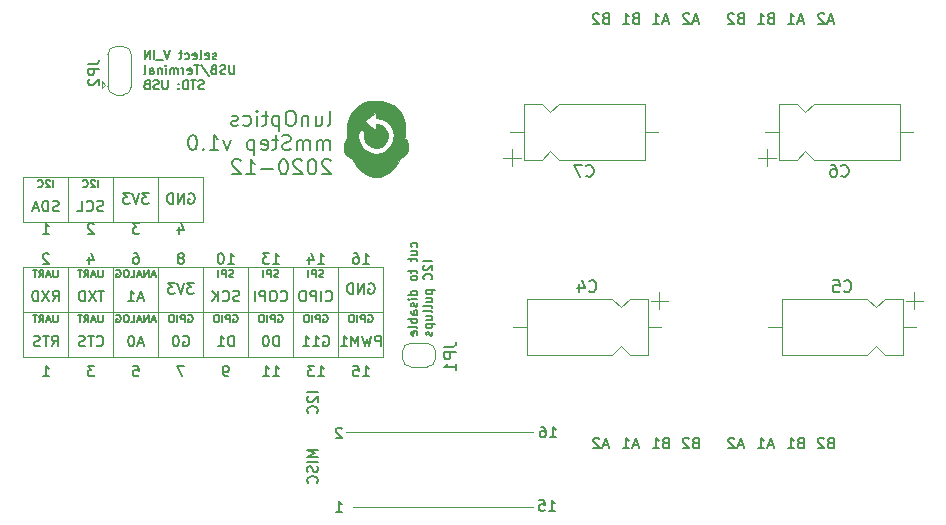
<source format=gbr>
G04 #@! TF.GenerationSoftware,KiCad,Pcbnew,(5.1.8)-1*
G04 #@! TF.CreationDate,2020-12-27T14:08:24+01:00*
G04 #@! TF.ProjectId,mmStep,6d6d5374-6570-42e6-9b69-6361645f7063,rev?*
G04 #@! TF.SameCoordinates,Original*
G04 #@! TF.FileFunction,Legend,Bot*
G04 #@! TF.FilePolarity,Positive*
%FSLAX46Y46*%
G04 Gerber Fmt 4.6, Leading zero omitted, Abs format (unit mm)*
G04 Created by KiCad (PCBNEW (5.1.8)-1) date 2020-12-27 14:08:24*
%MOMM*%
%LPD*%
G01*
G04 APERTURE LIST*
%ADD10C,0.127000*%
%ADD11C,0.120000*%
%ADD12C,0.152400*%
%ADD13C,0.010000*%
%ADD14C,0.150000*%
G04 APERTURE END LIST*
D10*
X16991692Y-9706428D02*
X16919121Y-9742714D01*
X16773978Y-9742714D01*
X16701407Y-9706428D01*
X16665121Y-9633857D01*
X16665121Y-9597571D01*
X16701407Y-9525000D01*
X16773978Y-9488714D01*
X16882835Y-9488714D01*
X16955407Y-9452428D01*
X16991692Y-9379857D01*
X16991692Y-9343571D01*
X16955407Y-9271000D01*
X16882835Y-9234714D01*
X16773978Y-9234714D01*
X16701407Y-9271000D01*
X16048264Y-9706428D02*
X16120835Y-9742714D01*
X16265978Y-9742714D01*
X16338550Y-9706428D01*
X16374835Y-9633857D01*
X16374835Y-9343571D01*
X16338550Y-9271000D01*
X16265978Y-9234714D01*
X16120835Y-9234714D01*
X16048264Y-9271000D01*
X16011978Y-9343571D01*
X16011978Y-9416142D01*
X16374835Y-9488714D01*
X15576550Y-9742714D02*
X15649121Y-9706428D01*
X15685407Y-9633857D01*
X15685407Y-8980714D01*
X14995978Y-9706428D02*
X15068550Y-9742714D01*
X15213692Y-9742714D01*
X15286264Y-9706428D01*
X15322550Y-9633857D01*
X15322550Y-9343571D01*
X15286264Y-9271000D01*
X15213692Y-9234714D01*
X15068550Y-9234714D01*
X14995978Y-9271000D01*
X14959692Y-9343571D01*
X14959692Y-9416142D01*
X15322550Y-9488714D01*
X14306550Y-9706428D02*
X14379121Y-9742714D01*
X14524264Y-9742714D01*
X14596835Y-9706428D01*
X14633121Y-9670142D01*
X14669407Y-9597571D01*
X14669407Y-9379857D01*
X14633121Y-9307285D01*
X14596835Y-9271000D01*
X14524264Y-9234714D01*
X14379121Y-9234714D01*
X14306550Y-9271000D01*
X14088835Y-9234714D02*
X13798550Y-9234714D01*
X13979978Y-8980714D02*
X13979978Y-9633857D01*
X13943692Y-9706428D01*
X13871121Y-9742714D01*
X13798550Y-9742714D01*
X13072835Y-8980714D02*
X12818835Y-9742714D01*
X12564835Y-8980714D01*
X12492264Y-9815285D02*
X11911692Y-9815285D01*
X11730264Y-9742714D02*
X11730264Y-8980714D01*
X11367407Y-9742714D02*
X11367407Y-8980714D01*
X10931978Y-9742714D01*
X10931978Y-8980714D01*
X18515692Y-10250714D02*
X18515692Y-10867571D01*
X18479407Y-10940142D01*
X18443121Y-10976428D01*
X18370550Y-11012714D01*
X18225407Y-11012714D01*
X18152835Y-10976428D01*
X18116550Y-10940142D01*
X18080264Y-10867571D01*
X18080264Y-10250714D01*
X17753692Y-10976428D02*
X17644835Y-11012714D01*
X17463407Y-11012714D01*
X17390835Y-10976428D01*
X17354550Y-10940142D01*
X17318264Y-10867571D01*
X17318264Y-10795000D01*
X17354550Y-10722428D01*
X17390835Y-10686142D01*
X17463407Y-10649857D01*
X17608550Y-10613571D01*
X17681121Y-10577285D01*
X17717407Y-10541000D01*
X17753692Y-10468428D01*
X17753692Y-10395857D01*
X17717407Y-10323285D01*
X17681121Y-10287000D01*
X17608550Y-10250714D01*
X17427121Y-10250714D01*
X17318264Y-10287000D01*
X16737692Y-10613571D02*
X16628835Y-10649857D01*
X16592550Y-10686142D01*
X16556264Y-10758714D01*
X16556264Y-10867571D01*
X16592550Y-10940142D01*
X16628835Y-10976428D01*
X16701407Y-11012714D01*
X16991692Y-11012714D01*
X16991692Y-10250714D01*
X16737692Y-10250714D01*
X16665121Y-10287000D01*
X16628835Y-10323285D01*
X16592550Y-10395857D01*
X16592550Y-10468428D01*
X16628835Y-10541000D01*
X16665121Y-10577285D01*
X16737692Y-10613571D01*
X16991692Y-10613571D01*
X15685407Y-10214428D02*
X16338550Y-11194142D01*
X15540264Y-10250714D02*
X15104835Y-10250714D01*
X15322549Y-11012714D02*
X15322549Y-10250714D01*
X14560549Y-10976428D02*
X14633121Y-11012714D01*
X14778264Y-11012714D01*
X14850835Y-10976428D01*
X14887121Y-10903857D01*
X14887121Y-10613571D01*
X14850835Y-10541000D01*
X14778264Y-10504714D01*
X14633121Y-10504714D01*
X14560549Y-10541000D01*
X14524264Y-10613571D01*
X14524264Y-10686142D01*
X14887121Y-10758714D01*
X14197692Y-11012714D02*
X14197692Y-10504714D01*
X14197692Y-10649857D02*
X14161407Y-10577285D01*
X14125121Y-10541000D01*
X14052549Y-10504714D01*
X13979978Y-10504714D01*
X13725978Y-11012714D02*
X13725978Y-10504714D01*
X13725978Y-10577285D02*
X13689692Y-10541000D01*
X13617121Y-10504714D01*
X13508264Y-10504714D01*
X13435692Y-10541000D01*
X13399407Y-10613571D01*
X13399407Y-11012714D01*
X13399407Y-10613571D02*
X13363121Y-10541000D01*
X13290549Y-10504714D01*
X13181692Y-10504714D01*
X13109121Y-10541000D01*
X13072835Y-10613571D01*
X13072835Y-11012714D01*
X12709978Y-11012714D02*
X12709978Y-10504714D01*
X12709978Y-10250714D02*
X12746264Y-10287000D01*
X12709978Y-10323285D01*
X12673692Y-10287000D01*
X12709978Y-10250714D01*
X12709978Y-10323285D01*
X12347121Y-10504714D02*
X12347121Y-11012714D01*
X12347121Y-10577285D02*
X12310835Y-10541000D01*
X12238264Y-10504714D01*
X12129407Y-10504714D01*
X12056835Y-10541000D01*
X12020549Y-10613571D01*
X12020549Y-11012714D01*
X11331121Y-11012714D02*
X11331121Y-10613571D01*
X11367407Y-10541000D01*
X11439978Y-10504714D01*
X11585121Y-10504714D01*
X11657692Y-10541000D01*
X11331121Y-10976428D02*
X11403692Y-11012714D01*
X11585121Y-11012714D01*
X11657692Y-10976428D01*
X11693978Y-10903857D01*
X11693978Y-10831285D01*
X11657692Y-10758714D01*
X11585121Y-10722428D01*
X11403692Y-10722428D01*
X11331121Y-10686142D01*
X10859407Y-11012714D02*
X10931978Y-10976428D01*
X10968264Y-10903857D01*
X10968264Y-10250714D01*
X15903121Y-12246428D02*
X15794264Y-12282714D01*
X15612835Y-12282714D01*
X15540264Y-12246428D01*
X15503978Y-12210142D01*
X15467692Y-12137571D01*
X15467692Y-12065000D01*
X15503978Y-11992428D01*
X15540264Y-11956142D01*
X15612835Y-11919857D01*
X15757978Y-11883571D01*
X15830550Y-11847285D01*
X15866835Y-11811000D01*
X15903121Y-11738428D01*
X15903121Y-11665857D01*
X15866835Y-11593285D01*
X15830550Y-11557000D01*
X15757978Y-11520714D01*
X15576550Y-11520714D01*
X15467692Y-11557000D01*
X15249978Y-11520714D02*
X14814550Y-11520714D01*
X15032264Y-12282714D02*
X15032264Y-11520714D01*
X14560550Y-12282714D02*
X14560550Y-11520714D01*
X14379121Y-11520714D01*
X14270264Y-11557000D01*
X14197692Y-11629571D01*
X14161407Y-11702142D01*
X14125121Y-11847285D01*
X14125121Y-11956142D01*
X14161407Y-12101285D01*
X14197692Y-12173857D01*
X14270264Y-12246428D01*
X14379121Y-12282714D01*
X14560550Y-12282714D01*
X13798550Y-12210142D02*
X13762264Y-12246428D01*
X13798550Y-12282714D01*
X13834835Y-12246428D01*
X13798550Y-12210142D01*
X13798550Y-12282714D01*
X13798550Y-11811000D02*
X13762264Y-11847285D01*
X13798550Y-11883571D01*
X13834835Y-11847285D01*
X13798550Y-11811000D01*
X13798550Y-11883571D01*
X12855121Y-11520714D02*
X12855121Y-12137571D01*
X12818835Y-12210142D01*
X12782550Y-12246428D01*
X12709978Y-12282714D01*
X12564835Y-12282714D01*
X12492264Y-12246428D01*
X12455978Y-12210142D01*
X12419692Y-12137571D01*
X12419692Y-11520714D01*
X12093121Y-12246428D02*
X11984264Y-12282714D01*
X11802835Y-12282714D01*
X11730264Y-12246428D01*
X11693978Y-12210142D01*
X11657692Y-12137571D01*
X11657692Y-12065000D01*
X11693978Y-11992428D01*
X11730264Y-11956142D01*
X11802835Y-11919857D01*
X11947978Y-11883571D01*
X12020550Y-11847285D01*
X12056835Y-11811000D01*
X12093121Y-11738428D01*
X12093121Y-11665857D01*
X12056835Y-11593285D01*
X12020550Y-11557000D01*
X11947978Y-11520714D01*
X11766550Y-11520714D01*
X11657692Y-11557000D01*
X11077121Y-11883571D02*
X10968264Y-11919857D01*
X10931978Y-11956142D01*
X10895692Y-12028714D01*
X10895692Y-12137571D01*
X10931978Y-12210142D01*
X10968264Y-12246428D01*
X11040835Y-12282714D01*
X11331121Y-12282714D01*
X11331121Y-11520714D01*
X11077121Y-11520714D01*
X11004550Y-11557000D01*
X10968264Y-11593285D01*
X10931978Y-11665857D01*
X10931978Y-11738428D01*
X10968264Y-11811000D01*
X11004550Y-11847285D01*
X11077121Y-11883571D01*
X11331121Y-11883571D01*
D11*
X28575000Y-47625000D02*
X43815000Y-47625000D01*
X27940000Y-41275000D02*
X43815000Y-41275000D01*
D12*
X13800666Y-23939500D02*
X13800666Y-24532166D01*
X14012333Y-23600833D02*
X14224000Y-24235833D01*
X13673666Y-24235833D01*
X10456333Y-23643166D02*
X9906000Y-23643166D01*
X10202333Y-23981833D01*
X10075333Y-23981833D01*
X9990666Y-24024166D01*
X9948333Y-24066500D01*
X9906000Y-24151166D01*
X9906000Y-24362833D01*
X9948333Y-24447500D01*
X9990666Y-24489833D01*
X10075333Y-24532166D01*
X10329333Y-24532166D01*
X10414000Y-24489833D01*
X10456333Y-24447500D01*
X6604000Y-23727833D02*
X6561666Y-23685500D01*
X6477000Y-23643166D01*
X6265333Y-23643166D01*
X6180666Y-23685500D01*
X6138333Y-23727833D01*
X6096000Y-23812500D01*
X6096000Y-23897166D01*
X6138333Y-24024166D01*
X6646333Y-24532166D01*
X6096000Y-24532166D01*
X2286000Y-24532166D02*
X2794000Y-24532166D01*
X2540000Y-24532166D02*
X2540000Y-23643166D01*
X2624666Y-23770166D01*
X2709333Y-23854833D01*
X2794000Y-23897166D01*
X3159880Y-20607261D02*
X3159880Y-19972261D01*
X2887738Y-20032738D02*
X2857500Y-20002500D01*
X2797023Y-19972261D01*
X2645833Y-19972261D01*
X2585357Y-20002500D01*
X2555119Y-20032738D01*
X2524880Y-20093214D01*
X2524880Y-20153690D01*
X2555119Y-20244404D01*
X2917976Y-20607261D01*
X2524880Y-20607261D01*
X1889880Y-20546785D02*
X1920119Y-20577023D01*
X2010833Y-20607261D01*
X2071309Y-20607261D01*
X2162023Y-20577023D01*
X2222500Y-20516547D01*
X2252738Y-20456071D01*
X2282976Y-20335119D01*
X2282976Y-20244404D01*
X2252738Y-20123452D01*
X2222500Y-20062976D01*
X2162023Y-20002500D01*
X2071309Y-19972261D01*
X2010833Y-19972261D01*
X1920119Y-20002500D01*
X1889880Y-20032738D01*
X6969880Y-20607261D02*
X6969880Y-19972261D01*
X6697738Y-20032738D02*
X6667500Y-20002500D01*
X6607023Y-19972261D01*
X6455833Y-19972261D01*
X6395357Y-20002500D01*
X6365119Y-20032738D01*
X6334880Y-20093214D01*
X6334880Y-20153690D01*
X6365119Y-20244404D01*
X6727976Y-20607261D01*
X6334880Y-20607261D01*
X5699880Y-20546785D02*
X5730119Y-20577023D01*
X5820833Y-20607261D01*
X5881309Y-20607261D01*
X5972023Y-20577023D01*
X6032500Y-20516547D01*
X6062738Y-20456071D01*
X6092976Y-20335119D01*
X6092976Y-20244404D01*
X6062738Y-20123452D01*
X6032500Y-20062976D01*
X5972023Y-20002500D01*
X5881309Y-19972261D01*
X5820833Y-19972261D01*
X5730119Y-20002500D01*
X5699880Y-20032738D01*
X3619500Y-22584833D02*
X3492500Y-22627166D01*
X3280833Y-22627166D01*
X3196166Y-22584833D01*
X3153833Y-22542500D01*
X3111500Y-22457833D01*
X3111500Y-22373166D01*
X3153833Y-22288500D01*
X3196166Y-22246166D01*
X3280833Y-22203833D01*
X3450166Y-22161500D01*
X3534833Y-22119166D01*
X3577166Y-22076833D01*
X3619500Y-21992166D01*
X3619500Y-21907500D01*
X3577166Y-21822833D01*
X3534833Y-21780500D01*
X3450166Y-21738166D01*
X3238500Y-21738166D01*
X3111500Y-21780500D01*
X2730500Y-22627166D02*
X2730500Y-21738166D01*
X2518833Y-21738166D01*
X2391833Y-21780500D01*
X2307166Y-21865166D01*
X2264833Y-21949833D01*
X2222500Y-22119166D01*
X2222500Y-22246166D01*
X2264833Y-22415500D01*
X2307166Y-22500166D01*
X2391833Y-22584833D01*
X2518833Y-22627166D01*
X2730500Y-22627166D01*
X1883833Y-22373166D02*
X1460500Y-22373166D01*
X1968500Y-22627166D02*
X1672166Y-21738166D01*
X1375833Y-22627166D01*
X7408333Y-22584833D02*
X7281333Y-22627166D01*
X7069666Y-22627166D01*
X6985000Y-22584833D01*
X6942666Y-22542500D01*
X6900333Y-22457833D01*
X6900333Y-22373166D01*
X6942666Y-22288500D01*
X6985000Y-22246166D01*
X7069666Y-22203833D01*
X7239000Y-22161500D01*
X7323666Y-22119166D01*
X7366000Y-22076833D01*
X7408333Y-21992166D01*
X7408333Y-21907500D01*
X7366000Y-21822833D01*
X7323666Y-21780500D01*
X7239000Y-21738166D01*
X7027333Y-21738166D01*
X6900333Y-21780500D01*
X6011333Y-22542500D02*
X6053666Y-22584833D01*
X6180666Y-22627166D01*
X6265333Y-22627166D01*
X6392333Y-22584833D01*
X6477000Y-22500166D01*
X6519333Y-22415500D01*
X6561666Y-22246166D01*
X6561666Y-22119166D01*
X6519333Y-21949833D01*
X6477000Y-21865166D01*
X6392333Y-21780500D01*
X6265333Y-21738166D01*
X6180666Y-21738166D01*
X6053666Y-21780500D01*
X6011333Y-21822833D01*
X5207000Y-22627166D02*
X5630333Y-22627166D01*
X5630333Y-21738166D01*
X11260666Y-21103166D02*
X10710333Y-21103166D01*
X11006666Y-21441833D01*
X10879666Y-21441833D01*
X10795000Y-21484166D01*
X10752666Y-21526500D01*
X10710333Y-21611166D01*
X10710333Y-21822833D01*
X10752666Y-21907500D01*
X10795000Y-21949833D01*
X10879666Y-21992166D01*
X11133666Y-21992166D01*
X11218333Y-21949833D01*
X11260666Y-21907500D01*
X10456333Y-21103166D02*
X10160000Y-21992166D01*
X9863666Y-21103166D01*
X9652000Y-21103166D02*
X9101666Y-21103166D01*
X9398000Y-21441833D01*
X9271000Y-21441833D01*
X9186333Y-21484166D01*
X9144000Y-21526500D01*
X9101666Y-21611166D01*
X9101666Y-21822833D01*
X9144000Y-21907500D01*
X9186333Y-21949833D01*
X9271000Y-21992166D01*
X9525000Y-21992166D01*
X9609666Y-21949833D01*
X9652000Y-21907500D01*
X14647333Y-21145500D02*
X14732000Y-21103166D01*
X14859000Y-21103166D01*
X14986000Y-21145500D01*
X15070666Y-21230166D01*
X15113000Y-21314833D01*
X15155333Y-21484166D01*
X15155333Y-21611166D01*
X15113000Y-21780500D01*
X15070666Y-21865166D01*
X14986000Y-21949833D01*
X14859000Y-21992166D01*
X14774333Y-21992166D01*
X14647333Y-21949833D01*
X14605000Y-21907500D01*
X14605000Y-21611166D01*
X14774333Y-21611166D01*
X14224000Y-21992166D02*
X14224000Y-21103166D01*
X13716000Y-21992166D01*
X13716000Y-21103166D01*
X13292666Y-21992166D02*
X13292666Y-21103166D01*
X13081000Y-21103166D01*
X12954000Y-21145500D01*
X12869333Y-21230166D01*
X12827000Y-21314833D01*
X12784666Y-21484166D01*
X12784666Y-21611166D01*
X12827000Y-21780500D01*
X12869333Y-21865166D01*
X12954000Y-21949833D01*
X13081000Y-21992166D01*
X13292666Y-21992166D01*
D11*
X12065000Y-19685000D02*
X15875000Y-19685000D01*
X8255000Y-19685000D02*
X12065000Y-19685000D01*
X4445000Y-23495000D02*
X8255000Y-23495000D01*
X635000Y-19685000D02*
X4445000Y-19685000D01*
X635000Y-23495000D02*
X635000Y-19685000D01*
X4445000Y-23495000D02*
X635000Y-23495000D01*
X4445000Y-19685000D02*
X4445000Y-23495000D01*
X8255000Y-19685000D02*
X4445000Y-19685000D01*
X8255000Y-23495000D02*
X8255000Y-19685000D01*
X12065000Y-23495000D02*
X8255000Y-23495000D01*
X12065000Y-23495000D02*
X12065000Y-19685000D01*
X15875000Y-23495000D02*
X12065000Y-23495000D01*
X15875000Y-19685000D02*
X15875000Y-23495000D01*
D12*
X2794000Y-26267833D02*
X2751666Y-26225500D01*
X2667000Y-26183166D01*
X2455333Y-26183166D01*
X2370666Y-26225500D01*
X2328333Y-26267833D01*
X2286000Y-26352500D01*
X2286000Y-26437166D01*
X2328333Y-26564166D01*
X2836333Y-27072166D01*
X2286000Y-27072166D01*
X6180666Y-26479500D02*
X6180666Y-27072166D01*
X6392333Y-26140833D02*
X6604000Y-26775833D01*
X6053666Y-26775833D01*
X9990666Y-26183166D02*
X10160000Y-26183166D01*
X10244666Y-26225500D01*
X10287000Y-26267833D01*
X10371666Y-26394833D01*
X10414000Y-26564166D01*
X10414000Y-26902833D01*
X10371666Y-26987500D01*
X10329333Y-27029833D01*
X10244666Y-27072166D01*
X10075333Y-27072166D01*
X9990666Y-27029833D01*
X9948333Y-26987500D01*
X9906000Y-26902833D01*
X9906000Y-26691166D01*
X9948333Y-26606500D01*
X9990666Y-26564166D01*
X10075333Y-26521833D01*
X10244666Y-26521833D01*
X10329333Y-26564166D01*
X10371666Y-26606500D01*
X10414000Y-26691166D01*
X14054666Y-26564166D02*
X14139333Y-26521833D01*
X14181666Y-26479500D01*
X14224000Y-26394833D01*
X14224000Y-26352500D01*
X14181666Y-26267833D01*
X14139333Y-26225500D01*
X14054666Y-26183166D01*
X13885333Y-26183166D01*
X13800666Y-26225500D01*
X13758333Y-26267833D01*
X13716000Y-26352500D01*
X13716000Y-26394833D01*
X13758333Y-26479500D01*
X13800666Y-26521833D01*
X13885333Y-26564166D01*
X14054666Y-26564166D01*
X14139333Y-26606500D01*
X14181666Y-26648833D01*
X14224000Y-26733500D01*
X14224000Y-26902833D01*
X14181666Y-26987500D01*
X14139333Y-27029833D01*
X14054666Y-27072166D01*
X13885333Y-27072166D01*
X13800666Y-27029833D01*
X13758333Y-26987500D01*
X13716000Y-26902833D01*
X13716000Y-26733500D01*
X13758333Y-26648833D01*
X13800666Y-26606500D01*
X13885333Y-26564166D01*
X17949333Y-27072166D02*
X18457333Y-27072166D01*
X18203333Y-27072166D02*
X18203333Y-26183166D01*
X18288000Y-26310166D01*
X18372666Y-26394833D01*
X18457333Y-26437166D01*
X17399000Y-26183166D02*
X17314333Y-26183166D01*
X17229666Y-26225500D01*
X17187333Y-26267833D01*
X17145000Y-26352500D01*
X17102666Y-26521833D01*
X17102666Y-26733500D01*
X17145000Y-26902833D01*
X17187333Y-26987500D01*
X17229666Y-27029833D01*
X17314333Y-27072166D01*
X17399000Y-27072166D01*
X17483666Y-27029833D01*
X17526000Y-26987500D01*
X17568333Y-26902833D01*
X17610666Y-26733500D01*
X17610666Y-26521833D01*
X17568333Y-26352500D01*
X17526000Y-26267833D01*
X17483666Y-26225500D01*
X17399000Y-26183166D01*
X21759333Y-27072166D02*
X22267333Y-27072166D01*
X22013333Y-27072166D02*
X22013333Y-26183166D01*
X22098000Y-26310166D01*
X22182666Y-26394833D01*
X22267333Y-26437166D01*
X21463000Y-26183166D02*
X20912666Y-26183166D01*
X21209000Y-26521833D01*
X21082000Y-26521833D01*
X20997333Y-26564166D01*
X20955000Y-26606500D01*
X20912666Y-26691166D01*
X20912666Y-26902833D01*
X20955000Y-26987500D01*
X20997333Y-27029833D01*
X21082000Y-27072166D01*
X21336000Y-27072166D01*
X21420666Y-27029833D01*
X21463000Y-26987500D01*
X25569333Y-27072166D02*
X26077333Y-27072166D01*
X25823333Y-27072166D02*
X25823333Y-26183166D01*
X25908000Y-26310166D01*
X25992666Y-26394833D01*
X26077333Y-26437166D01*
X24807333Y-26479500D02*
X24807333Y-27072166D01*
X25019000Y-26140833D02*
X25230666Y-26775833D01*
X24680333Y-26775833D01*
X29379333Y-27072166D02*
X29887333Y-27072166D01*
X29633333Y-27072166D02*
X29633333Y-26183166D01*
X29718000Y-26310166D01*
X29802666Y-26394833D01*
X29887333Y-26437166D01*
X28617333Y-26183166D02*
X28786666Y-26183166D01*
X28871333Y-26225500D01*
X28913666Y-26267833D01*
X28998333Y-26394833D01*
X29040666Y-26564166D01*
X29040666Y-26902833D01*
X28998333Y-26987500D01*
X28956000Y-27029833D01*
X28871333Y-27072166D01*
X28702000Y-27072166D01*
X28617333Y-27029833D01*
X28575000Y-26987500D01*
X28532666Y-26902833D01*
X28532666Y-26691166D01*
X28575000Y-26606500D01*
X28617333Y-26564166D01*
X28702000Y-26521833D01*
X28871333Y-26521833D01*
X28956000Y-26564166D01*
X28998333Y-26606500D01*
X29040666Y-26691166D01*
X29379333Y-36597166D02*
X29887333Y-36597166D01*
X29633333Y-36597166D02*
X29633333Y-35708166D01*
X29718000Y-35835166D01*
X29802666Y-35919833D01*
X29887333Y-35962166D01*
X28575000Y-35708166D02*
X28998333Y-35708166D01*
X29040666Y-36131500D01*
X28998333Y-36089166D01*
X28913666Y-36046833D01*
X28702000Y-36046833D01*
X28617333Y-36089166D01*
X28575000Y-36131500D01*
X28532666Y-36216166D01*
X28532666Y-36427833D01*
X28575000Y-36512500D01*
X28617333Y-36554833D01*
X28702000Y-36597166D01*
X28913666Y-36597166D01*
X28998333Y-36554833D01*
X29040666Y-36512500D01*
X25569333Y-36597166D02*
X26077333Y-36597166D01*
X25823333Y-36597166D02*
X25823333Y-35708166D01*
X25908000Y-35835166D01*
X25992666Y-35919833D01*
X26077333Y-35962166D01*
X25273000Y-35708166D02*
X24722666Y-35708166D01*
X25019000Y-36046833D01*
X24892000Y-36046833D01*
X24807333Y-36089166D01*
X24765000Y-36131500D01*
X24722666Y-36216166D01*
X24722666Y-36427833D01*
X24765000Y-36512500D01*
X24807333Y-36554833D01*
X24892000Y-36597166D01*
X25146000Y-36597166D01*
X25230666Y-36554833D01*
X25273000Y-36512500D01*
X21759333Y-36597166D02*
X22267333Y-36597166D01*
X22013333Y-36597166D02*
X22013333Y-35708166D01*
X22098000Y-35835166D01*
X22182666Y-35919833D01*
X22267333Y-35962166D01*
X20912666Y-36597166D02*
X21420666Y-36597166D01*
X21166666Y-36597166D02*
X21166666Y-35708166D01*
X21251333Y-35835166D01*
X21336000Y-35919833D01*
X21420666Y-35962166D01*
X17949333Y-36597166D02*
X17780000Y-36597166D01*
X17695333Y-36554833D01*
X17653000Y-36512500D01*
X17568333Y-36385500D01*
X17526000Y-36216166D01*
X17526000Y-35877500D01*
X17568333Y-35792833D01*
X17610666Y-35750500D01*
X17695333Y-35708166D01*
X17864666Y-35708166D01*
X17949333Y-35750500D01*
X17991666Y-35792833D01*
X18034000Y-35877500D01*
X18034000Y-36089166D01*
X17991666Y-36173833D01*
X17949333Y-36216166D01*
X17864666Y-36258500D01*
X17695333Y-36258500D01*
X17610666Y-36216166D01*
X17568333Y-36173833D01*
X17526000Y-36089166D01*
X14266333Y-35708166D02*
X13673666Y-35708166D01*
X14054666Y-36597166D01*
X9948333Y-35708166D02*
X10371666Y-35708166D01*
X10414000Y-36131500D01*
X10371666Y-36089166D01*
X10287000Y-36046833D01*
X10075333Y-36046833D01*
X9990666Y-36089166D01*
X9948333Y-36131500D01*
X9906000Y-36216166D01*
X9906000Y-36427833D01*
X9948333Y-36512500D01*
X9990666Y-36554833D01*
X10075333Y-36597166D01*
X10287000Y-36597166D01*
X10371666Y-36554833D01*
X10414000Y-36512500D01*
X6646333Y-35708166D02*
X6096000Y-35708166D01*
X6392333Y-36046833D01*
X6265333Y-36046833D01*
X6180666Y-36089166D01*
X6138333Y-36131500D01*
X6096000Y-36216166D01*
X6096000Y-36427833D01*
X6138333Y-36512500D01*
X6180666Y-36554833D01*
X6265333Y-36597166D01*
X6519333Y-36597166D01*
X6604000Y-36554833D01*
X6646333Y-36512500D01*
X2286000Y-36597166D02*
X2794000Y-36597166D01*
X2540000Y-36597166D02*
X2540000Y-35708166D01*
X2624666Y-35835166D01*
X2709333Y-35919833D01*
X2794000Y-35962166D01*
X30882166Y-34057166D02*
X30882166Y-33168166D01*
X30543500Y-33168166D01*
X30458833Y-33210500D01*
X30416500Y-33252833D01*
X30374166Y-33337500D01*
X30374166Y-33464500D01*
X30416500Y-33549166D01*
X30458833Y-33591500D01*
X30543500Y-33633833D01*
X30882166Y-33633833D01*
X30077833Y-33168166D02*
X29866166Y-34057166D01*
X29696833Y-33422166D01*
X29527500Y-34057166D01*
X29315833Y-33168166D01*
X28977166Y-34057166D02*
X28977166Y-33168166D01*
X28680833Y-33803166D01*
X28384500Y-33168166D01*
X28384500Y-34057166D01*
X27495500Y-34057166D02*
X28003500Y-34057166D01*
X27749500Y-34057166D02*
X27749500Y-33168166D01*
X27834166Y-33295166D01*
X27918833Y-33379833D01*
X28003500Y-33422166D01*
X26013833Y-33210500D02*
X26098500Y-33168166D01*
X26225500Y-33168166D01*
X26352500Y-33210500D01*
X26437166Y-33295166D01*
X26479500Y-33379833D01*
X26521833Y-33549166D01*
X26521833Y-33676166D01*
X26479500Y-33845500D01*
X26437166Y-33930166D01*
X26352500Y-34014833D01*
X26225500Y-34057166D01*
X26140833Y-34057166D01*
X26013833Y-34014833D01*
X25971500Y-33972500D01*
X25971500Y-33676166D01*
X26140833Y-33676166D01*
X25124833Y-34057166D02*
X25632833Y-34057166D01*
X25378833Y-34057166D02*
X25378833Y-33168166D01*
X25463500Y-33295166D01*
X25548166Y-33379833D01*
X25632833Y-33422166D01*
X24278166Y-34057166D02*
X24786166Y-34057166D01*
X24532166Y-34057166D02*
X24532166Y-33168166D01*
X24616833Y-33295166D01*
X24701500Y-33379833D01*
X24786166Y-33422166D01*
X22246166Y-34057166D02*
X22246166Y-33168166D01*
X22034500Y-33168166D01*
X21907500Y-33210500D01*
X21822833Y-33295166D01*
X21780500Y-33379833D01*
X21738166Y-33549166D01*
X21738166Y-33676166D01*
X21780500Y-33845500D01*
X21822833Y-33930166D01*
X21907500Y-34014833D01*
X22034500Y-34057166D01*
X22246166Y-34057166D01*
X21187833Y-33168166D02*
X21103166Y-33168166D01*
X21018500Y-33210500D01*
X20976166Y-33252833D01*
X20933833Y-33337500D01*
X20891500Y-33506833D01*
X20891500Y-33718500D01*
X20933833Y-33887833D01*
X20976166Y-33972500D01*
X21018500Y-34014833D01*
X21103166Y-34057166D01*
X21187833Y-34057166D01*
X21272500Y-34014833D01*
X21314833Y-33972500D01*
X21357166Y-33887833D01*
X21399500Y-33718500D01*
X21399500Y-33506833D01*
X21357166Y-33337500D01*
X21314833Y-33252833D01*
X21272500Y-33210500D01*
X21187833Y-33168166D01*
X18436166Y-34057166D02*
X18436166Y-33168166D01*
X18224500Y-33168166D01*
X18097500Y-33210500D01*
X18012833Y-33295166D01*
X17970500Y-33379833D01*
X17928166Y-33549166D01*
X17928166Y-33676166D01*
X17970500Y-33845500D01*
X18012833Y-33930166D01*
X18097500Y-34014833D01*
X18224500Y-34057166D01*
X18436166Y-34057166D01*
X17081500Y-34057166D02*
X17589500Y-34057166D01*
X17335500Y-34057166D02*
X17335500Y-33168166D01*
X17420166Y-33295166D01*
X17504833Y-33379833D01*
X17589500Y-33422166D01*
X14160500Y-33210500D02*
X14245166Y-33168166D01*
X14372166Y-33168166D01*
X14499166Y-33210500D01*
X14583833Y-33295166D01*
X14626166Y-33379833D01*
X14668500Y-33549166D01*
X14668500Y-33676166D01*
X14626166Y-33845500D01*
X14583833Y-33930166D01*
X14499166Y-34014833D01*
X14372166Y-34057166D01*
X14287500Y-34057166D01*
X14160500Y-34014833D01*
X14118166Y-33972500D01*
X14118166Y-33676166D01*
X14287500Y-33676166D01*
X13567833Y-33168166D02*
X13483166Y-33168166D01*
X13398500Y-33210500D01*
X13356166Y-33252833D01*
X13313833Y-33337500D01*
X13271500Y-33506833D01*
X13271500Y-33718500D01*
X13313833Y-33887833D01*
X13356166Y-33972500D01*
X13398500Y-34014833D01*
X13483166Y-34057166D01*
X13567833Y-34057166D01*
X13652500Y-34014833D01*
X13694833Y-33972500D01*
X13737166Y-33887833D01*
X13779500Y-33718500D01*
X13779500Y-33506833D01*
X13737166Y-33337500D01*
X13694833Y-33252833D01*
X13652500Y-33210500D01*
X13567833Y-33168166D01*
X29845000Y-31432500D02*
X29905476Y-31402261D01*
X29996190Y-31402261D01*
X30086904Y-31432500D01*
X30147380Y-31492976D01*
X30177619Y-31553452D01*
X30207857Y-31674404D01*
X30207857Y-31765119D01*
X30177619Y-31886071D01*
X30147380Y-31946547D01*
X30086904Y-32007023D01*
X29996190Y-32037261D01*
X29935714Y-32037261D01*
X29845000Y-32007023D01*
X29814761Y-31976785D01*
X29814761Y-31765119D01*
X29935714Y-31765119D01*
X29542619Y-32037261D02*
X29542619Y-31402261D01*
X29300714Y-31402261D01*
X29240238Y-31432500D01*
X29210000Y-31462738D01*
X29179761Y-31523214D01*
X29179761Y-31613928D01*
X29210000Y-31674404D01*
X29240238Y-31704642D01*
X29300714Y-31734880D01*
X29542619Y-31734880D01*
X28907619Y-32037261D02*
X28907619Y-31402261D01*
X28484285Y-31402261D02*
X28363333Y-31402261D01*
X28302857Y-31432500D01*
X28242380Y-31492976D01*
X28212142Y-31613928D01*
X28212142Y-31825595D01*
X28242380Y-31946547D01*
X28302857Y-32007023D01*
X28363333Y-32037261D01*
X28484285Y-32037261D01*
X28544761Y-32007023D01*
X28605238Y-31946547D01*
X28635476Y-31825595D01*
X28635476Y-31613928D01*
X28605238Y-31492976D01*
X28544761Y-31432500D01*
X28484285Y-31402261D01*
X26035000Y-31432500D02*
X26095476Y-31402261D01*
X26186190Y-31402261D01*
X26276904Y-31432500D01*
X26337380Y-31492976D01*
X26367619Y-31553452D01*
X26397857Y-31674404D01*
X26397857Y-31765119D01*
X26367619Y-31886071D01*
X26337380Y-31946547D01*
X26276904Y-32007023D01*
X26186190Y-32037261D01*
X26125714Y-32037261D01*
X26035000Y-32007023D01*
X26004761Y-31976785D01*
X26004761Y-31765119D01*
X26125714Y-31765119D01*
X25732619Y-32037261D02*
X25732619Y-31402261D01*
X25490714Y-31402261D01*
X25430238Y-31432500D01*
X25400000Y-31462738D01*
X25369761Y-31523214D01*
X25369761Y-31613928D01*
X25400000Y-31674404D01*
X25430238Y-31704642D01*
X25490714Y-31734880D01*
X25732619Y-31734880D01*
X25097619Y-32037261D02*
X25097619Y-31402261D01*
X24674285Y-31402261D02*
X24553333Y-31402261D01*
X24492857Y-31432500D01*
X24432380Y-31492976D01*
X24402142Y-31613928D01*
X24402142Y-31825595D01*
X24432380Y-31946547D01*
X24492857Y-32007023D01*
X24553333Y-32037261D01*
X24674285Y-32037261D01*
X24734761Y-32007023D01*
X24795238Y-31946547D01*
X24825476Y-31825595D01*
X24825476Y-31613928D01*
X24795238Y-31492976D01*
X24734761Y-31432500D01*
X24674285Y-31402261D01*
X22225000Y-31432500D02*
X22285476Y-31402261D01*
X22376190Y-31402261D01*
X22466904Y-31432500D01*
X22527380Y-31492976D01*
X22557619Y-31553452D01*
X22587857Y-31674404D01*
X22587857Y-31765119D01*
X22557619Y-31886071D01*
X22527380Y-31946547D01*
X22466904Y-32007023D01*
X22376190Y-32037261D01*
X22315714Y-32037261D01*
X22225000Y-32007023D01*
X22194761Y-31976785D01*
X22194761Y-31765119D01*
X22315714Y-31765119D01*
X21922619Y-32037261D02*
X21922619Y-31402261D01*
X21680714Y-31402261D01*
X21620238Y-31432500D01*
X21590000Y-31462738D01*
X21559761Y-31523214D01*
X21559761Y-31613928D01*
X21590000Y-31674404D01*
X21620238Y-31704642D01*
X21680714Y-31734880D01*
X21922619Y-31734880D01*
X21287619Y-32037261D02*
X21287619Y-31402261D01*
X20864285Y-31402261D02*
X20743333Y-31402261D01*
X20682857Y-31432500D01*
X20622380Y-31492976D01*
X20592142Y-31613928D01*
X20592142Y-31825595D01*
X20622380Y-31946547D01*
X20682857Y-32007023D01*
X20743333Y-32037261D01*
X20864285Y-32037261D01*
X20924761Y-32007023D01*
X20985238Y-31946547D01*
X21015476Y-31825595D01*
X21015476Y-31613928D01*
X20985238Y-31492976D01*
X20924761Y-31432500D01*
X20864285Y-31402261D01*
X18415000Y-31432500D02*
X18475476Y-31402261D01*
X18566190Y-31402261D01*
X18656904Y-31432500D01*
X18717380Y-31492976D01*
X18747619Y-31553452D01*
X18777857Y-31674404D01*
X18777857Y-31765119D01*
X18747619Y-31886071D01*
X18717380Y-31946547D01*
X18656904Y-32007023D01*
X18566190Y-32037261D01*
X18505714Y-32037261D01*
X18415000Y-32007023D01*
X18384761Y-31976785D01*
X18384761Y-31765119D01*
X18505714Y-31765119D01*
X18112619Y-32037261D02*
X18112619Y-31402261D01*
X17870714Y-31402261D01*
X17810238Y-31432500D01*
X17780000Y-31462738D01*
X17749761Y-31523214D01*
X17749761Y-31613928D01*
X17780000Y-31674404D01*
X17810238Y-31704642D01*
X17870714Y-31734880D01*
X18112619Y-31734880D01*
X17477619Y-32037261D02*
X17477619Y-31402261D01*
X17054285Y-31402261D02*
X16933333Y-31402261D01*
X16872857Y-31432500D01*
X16812380Y-31492976D01*
X16782142Y-31613928D01*
X16782142Y-31825595D01*
X16812380Y-31946547D01*
X16872857Y-32007023D01*
X16933333Y-32037261D01*
X17054285Y-32037261D01*
X17114761Y-32007023D01*
X17175238Y-31946547D01*
X17205476Y-31825595D01*
X17205476Y-31613928D01*
X17175238Y-31492976D01*
X17114761Y-31432500D01*
X17054285Y-31402261D01*
X14605000Y-31432500D02*
X14665476Y-31402261D01*
X14756190Y-31402261D01*
X14846904Y-31432500D01*
X14907380Y-31492976D01*
X14937619Y-31553452D01*
X14967857Y-31674404D01*
X14967857Y-31765119D01*
X14937619Y-31886071D01*
X14907380Y-31946547D01*
X14846904Y-32007023D01*
X14756190Y-32037261D01*
X14695714Y-32037261D01*
X14605000Y-32007023D01*
X14574761Y-31976785D01*
X14574761Y-31765119D01*
X14695714Y-31765119D01*
X14302619Y-32037261D02*
X14302619Y-31402261D01*
X14060714Y-31402261D01*
X14000238Y-31432500D01*
X13970000Y-31462738D01*
X13939761Y-31523214D01*
X13939761Y-31613928D01*
X13970000Y-31674404D01*
X14000238Y-31704642D01*
X14060714Y-31734880D01*
X14302619Y-31734880D01*
X13667619Y-32037261D02*
X13667619Y-31402261D01*
X13244285Y-31402261D02*
X13123333Y-31402261D01*
X13062857Y-31432500D01*
X13002380Y-31492976D01*
X12972142Y-31613928D01*
X12972142Y-31825595D01*
X13002380Y-31946547D01*
X13062857Y-32007023D01*
X13123333Y-32037261D01*
X13244285Y-32037261D01*
X13304761Y-32007023D01*
X13365238Y-31946547D01*
X13395476Y-31825595D01*
X13395476Y-31613928D01*
X13365238Y-31492976D01*
X13304761Y-31432500D01*
X13244285Y-31402261D01*
X6836833Y-33972500D02*
X6879166Y-34014833D01*
X7006166Y-34057166D01*
X7090833Y-34057166D01*
X7217833Y-34014833D01*
X7302500Y-33930166D01*
X7344833Y-33845500D01*
X7387166Y-33676166D01*
X7387166Y-33549166D01*
X7344833Y-33379833D01*
X7302500Y-33295166D01*
X7217833Y-33210500D01*
X7090833Y-33168166D01*
X7006166Y-33168166D01*
X6879166Y-33210500D01*
X6836833Y-33252833D01*
X6582833Y-33168166D02*
X6074833Y-33168166D01*
X6328833Y-34057166D02*
X6328833Y-33168166D01*
X5820833Y-34014833D02*
X5693833Y-34057166D01*
X5482166Y-34057166D01*
X5397500Y-34014833D01*
X5355166Y-33972500D01*
X5312833Y-33887833D01*
X5312833Y-33803166D01*
X5355166Y-33718500D01*
X5397500Y-33676166D01*
X5482166Y-33633833D01*
X5651500Y-33591500D01*
X5736166Y-33549166D01*
X5778500Y-33506833D01*
X5820833Y-33422166D01*
X5820833Y-33337500D01*
X5778500Y-33252833D01*
X5736166Y-33210500D01*
X5651500Y-33168166D01*
X5439833Y-33168166D01*
X5312833Y-33210500D01*
X3026833Y-34057166D02*
X3323166Y-33633833D01*
X3534833Y-34057166D02*
X3534833Y-33168166D01*
X3196166Y-33168166D01*
X3111500Y-33210500D01*
X3069166Y-33252833D01*
X3026833Y-33337500D01*
X3026833Y-33464500D01*
X3069166Y-33549166D01*
X3111500Y-33591500D01*
X3196166Y-33633833D01*
X3534833Y-33633833D01*
X2772833Y-33168166D02*
X2264833Y-33168166D01*
X2518833Y-34057166D02*
X2518833Y-33168166D01*
X2010833Y-34014833D02*
X1883833Y-34057166D01*
X1672166Y-34057166D01*
X1587500Y-34014833D01*
X1545166Y-33972500D01*
X1502833Y-33887833D01*
X1502833Y-33803166D01*
X1545166Y-33718500D01*
X1587500Y-33676166D01*
X1672166Y-33633833D01*
X1841500Y-33591500D01*
X1926166Y-33549166D01*
X1968500Y-33506833D01*
X2010833Y-33422166D01*
X2010833Y-33337500D01*
X1968500Y-33252833D01*
X1926166Y-33210500D01*
X1841500Y-33168166D01*
X1629833Y-33168166D01*
X1502833Y-33210500D01*
X3552976Y-31402261D02*
X3552976Y-31916309D01*
X3522738Y-31976785D01*
X3492500Y-32007023D01*
X3432023Y-32037261D01*
X3311071Y-32037261D01*
X3250595Y-32007023D01*
X3220357Y-31976785D01*
X3190119Y-31916309D01*
X3190119Y-31402261D01*
X2917976Y-31855833D02*
X2615595Y-31855833D01*
X2978452Y-32037261D02*
X2766785Y-31402261D01*
X2555119Y-32037261D01*
X1980595Y-32037261D02*
X2192261Y-31734880D01*
X2343452Y-32037261D02*
X2343452Y-31402261D01*
X2101547Y-31402261D01*
X2041071Y-31432500D01*
X2010833Y-31462738D01*
X1980595Y-31523214D01*
X1980595Y-31613928D01*
X2010833Y-31674404D01*
X2041071Y-31704642D01*
X2101547Y-31734880D01*
X2343452Y-31734880D01*
X1799166Y-31402261D02*
X1436309Y-31402261D01*
X1617738Y-32037261D02*
X1617738Y-31402261D01*
X7362976Y-31402261D02*
X7362976Y-31916309D01*
X7332738Y-31976785D01*
X7302500Y-32007023D01*
X7242023Y-32037261D01*
X7121071Y-32037261D01*
X7060595Y-32007023D01*
X7030357Y-31976785D01*
X7000119Y-31916309D01*
X7000119Y-31402261D01*
X6727976Y-31855833D02*
X6425595Y-31855833D01*
X6788452Y-32037261D02*
X6576785Y-31402261D01*
X6365119Y-32037261D01*
X5790595Y-32037261D02*
X6002261Y-31734880D01*
X6153452Y-32037261D02*
X6153452Y-31402261D01*
X5911547Y-31402261D01*
X5851071Y-31432500D01*
X5820833Y-31462738D01*
X5790595Y-31523214D01*
X5790595Y-31613928D01*
X5820833Y-31674404D01*
X5851071Y-31704642D01*
X5911547Y-31734880D01*
X6153452Y-31734880D01*
X5609166Y-31402261D02*
X5246309Y-31402261D01*
X5427738Y-32037261D02*
X5427738Y-31402261D01*
X10795000Y-33803166D02*
X10371666Y-33803166D01*
X10879666Y-34057166D02*
X10583333Y-33168166D01*
X10287000Y-34057166D01*
X9821333Y-33168166D02*
X9736666Y-33168166D01*
X9652000Y-33210500D01*
X9609666Y-33252833D01*
X9567333Y-33337500D01*
X9525000Y-33506833D01*
X9525000Y-33718500D01*
X9567333Y-33887833D01*
X9609666Y-33972500D01*
X9652000Y-34014833D01*
X9736666Y-34057166D01*
X9821333Y-34057166D01*
X9906000Y-34014833D01*
X9948333Y-33972500D01*
X9990666Y-33887833D01*
X10033000Y-33718500D01*
X10033000Y-33506833D01*
X9990666Y-33337500D01*
X9948333Y-33252833D01*
X9906000Y-33210500D01*
X9821333Y-33168166D01*
X11823095Y-31855833D02*
X11520714Y-31855833D01*
X11883571Y-32037261D02*
X11671904Y-31402261D01*
X11460238Y-32037261D01*
X11248571Y-32037261D02*
X11248571Y-31402261D01*
X10885714Y-32037261D01*
X10885714Y-31402261D01*
X10613571Y-31855833D02*
X10311190Y-31855833D01*
X10674047Y-32037261D02*
X10462380Y-31402261D01*
X10250714Y-32037261D01*
X9736666Y-32037261D02*
X10039047Y-32037261D01*
X10039047Y-31402261D01*
X9404047Y-31402261D02*
X9283095Y-31402261D01*
X9222619Y-31432500D01*
X9162142Y-31492976D01*
X9131904Y-31613928D01*
X9131904Y-31825595D01*
X9162142Y-31946547D01*
X9222619Y-32007023D01*
X9283095Y-32037261D01*
X9404047Y-32037261D01*
X9464523Y-32007023D01*
X9525000Y-31946547D01*
X9555238Y-31825595D01*
X9555238Y-31613928D01*
X9525000Y-31492976D01*
X9464523Y-31432500D01*
X9404047Y-31402261D01*
X8527142Y-31432500D02*
X8587619Y-31402261D01*
X8678333Y-31402261D01*
X8769047Y-31432500D01*
X8829523Y-31492976D01*
X8859761Y-31553452D01*
X8890000Y-31674404D01*
X8890000Y-31765119D01*
X8859761Y-31886071D01*
X8829523Y-31946547D01*
X8769047Y-32007023D01*
X8678333Y-32037261D01*
X8617857Y-32037261D01*
X8527142Y-32007023D01*
X8496904Y-31976785D01*
X8496904Y-31765119D01*
X8617857Y-31765119D01*
X11823095Y-28045833D02*
X11520714Y-28045833D01*
X11883571Y-28227261D02*
X11671904Y-27592261D01*
X11460238Y-28227261D01*
X11248571Y-28227261D02*
X11248571Y-27592261D01*
X10885714Y-28227261D01*
X10885714Y-27592261D01*
X10613571Y-28045833D02*
X10311190Y-28045833D01*
X10674047Y-28227261D02*
X10462380Y-27592261D01*
X10250714Y-28227261D01*
X9736666Y-28227261D02*
X10039047Y-28227261D01*
X10039047Y-27592261D01*
X9404047Y-27592261D02*
X9283095Y-27592261D01*
X9222619Y-27622500D01*
X9162142Y-27682976D01*
X9131904Y-27803928D01*
X9131904Y-28015595D01*
X9162142Y-28136547D01*
X9222619Y-28197023D01*
X9283095Y-28227261D01*
X9404047Y-28227261D01*
X9464523Y-28197023D01*
X9525000Y-28136547D01*
X9555238Y-28015595D01*
X9555238Y-27803928D01*
X9525000Y-27682976D01*
X9464523Y-27622500D01*
X9404047Y-27592261D01*
X8527142Y-27622500D02*
X8587619Y-27592261D01*
X8678333Y-27592261D01*
X8769047Y-27622500D01*
X8829523Y-27682976D01*
X8859761Y-27743452D01*
X8890000Y-27864404D01*
X8890000Y-27955119D01*
X8859761Y-28076071D01*
X8829523Y-28136547D01*
X8769047Y-28197023D01*
X8678333Y-28227261D01*
X8617857Y-28227261D01*
X8527142Y-28197023D01*
X8496904Y-28166785D01*
X8496904Y-27955119D01*
X8617857Y-27955119D01*
X7362976Y-27592261D02*
X7362976Y-28106309D01*
X7332738Y-28166785D01*
X7302500Y-28197023D01*
X7242023Y-28227261D01*
X7121071Y-28227261D01*
X7060595Y-28197023D01*
X7030357Y-28166785D01*
X7000119Y-28106309D01*
X7000119Y-27592261D01*
X6727976Y-28045833D02*
X6425595Y-28045833D01*
X6788452Y-28227261D02*
X6576785Y-27592261D01*
X6365119Y-28227261D01*
X5790595Y-28227261D02*
X6002261Y-27924880D01*
X6153452Y-28227261D02*
X6153452Y-27592261D01*
X5911547Y-27592261D01*
X5851071Y-27622500D01*
X5820833Y-27652738D01*
X5790595Y-27713214D01*
X5790595Y-27803928D01*
X5820833Y-27864404D01*
X5851071Y-27894642D01*
X5911547Y-27924880D01*
X6153452Y-27924880D01*
X5609166Y-27592261D02*
X5246309Y-27592261D01*
X5427738Y-28227261D02*
X5427738Y-27592261D01*
X3552976Y-27592261D02*
X3552976Y-28106309D01*
X3522738Y-28166785D01*
X3492500Y-28197023D01*
X3432023Y-28227261D01*
X3311071Y-28227261D01*
X3250595Y-28197023D01*
X3220357Y-28166785D01*
X3190119Y-28106309D01*
X3190119Y-27592261D01*
X2917976Y-28045833D02*
X2615595Y-28045833D01*
X2978452Y-28227261D02*
X2766785Y-27592261D01*
X2555119Y-28227261D01*
X1980595Y-28227261D02*
X2192261Y-27924880D01*
X2343452Y-28227261D02*
X2343452Y-27592261D01*
X2101547Y-27592261D01*
X2041071Y-27622500D01*
X2010833Y-27652738D01*
X1980595Y-27713214D01*
X1980595Y-27803928D01*
X2010833Y-27864404D01*
X2041071Y-27894642D01*
X2101547Y-27924880D01*
X2343452Y-27924880D01*
X1799166Y-27592261D02*
X1436309Y-27592261D01*
X1617738Y-28227261D02*
X1617738Y-27592261D01*
X3132666Y-30247166D02*
X3429000Y-29823833D01*
X3640666Y-30247166D02*
X3640666Y-29358166D01*
X3302000Y-29358166D01*
X3217333Y-29400500D01*
X3175000Y-29442833D01*
X3132666Y-29527500D01*
X3132666Y-29654500D01*
X3175000Y-29739166D01*
X3217333Y-29781500D01*
X3302000Y-29823833D01*
X3640666Y-29823833D01*
X2836333Y-29358166D02*
X2243666Y-30247166D01*
X2243666Y-29358166D02*
X2836333Y-30247166D01*
X1905000Y-30247166D02*
X1905000Y-29358166D01*
X1693333Y-29358166D01*
X1566333Y-29400500D01*
X1481666Y-29485166D01*
X1439333Y-29569833D01*
X1397000Y-29739166D01*
X1397000Y-29866166D01*
X1439333Y-30035500D01*
X1481666Y-30120166D01*
X1566333Y-30204833D01*
X1693333Y-30247166D01*
X1905000Y-30247166D01*
X7471833Y-29358166D02*
X6963833Y-29358166D01*
X7217833Y-30247166D02*
X7217833Y-29358166D01*
X6752166Y-29358166D02*
X6159500Y-30247166D01*
X6159500Y-29358166D02*
X6752166Y-30247166D01*
X5820833Y-30247166D02*
X5820833Y-29358166D01*
X5609166Y-29358166D01*
X5482166Y-29400500D01*
X5397500Y-29485166D01*
X5355166Y-29569833D01*
X5312833Y-29739166D01*
X5312833Y-29866166D01*
X5355166Y-30035500D01*
X5397500Y-30120166D01*
X5482166Y-30204833D01*
X5609166Y-30247166D01*
X5820833Y-30247166D01*
X10795000Y-29993166D02*
X10371666Y-29993166D01*
X10879666Y-30247166D02*
X10583333Y-29358166D01*
X10287000Y-30247166D01*
X9525000Y-30247166D02*
X10033000Y-30247166D01*
X9779000Y-30247166D02*
X9779000Y-29358166D01*
X9863666Y-29485166D01*
X9948333Y-29569833D01*
X10033000Y-29612166D01*
X15070666Y-28723166D02*
X14520333Y-28723166D01*
X14816666Y-29061833D01*
X14689666Y-29061833D01*
X14605000Y-29104166D01*
X14562666Y-29146500D01*
X14520333Y-29231166D01*
X14520333Y-29442833D01*
X14562666Y-29527500D01*
X14605000Y-29569833D01*
X14689666Y-29612166D01*
X14943666Y-29612166D01*
X15028333Y-29569833D01*
X15070666Y-29527500D01*
X14266333Y-28723166D02*
X13970000Y-29612166D01*
X13673666Y-28723166D01*
X13462000Y-28723166D02*
X12911666Y-28723166D01*
X13208000Y-29061833D01*
X13081000Y-29061833D01*
X12996333Y-29104166D01*
X12954000Y-29146500D01*
X12911666Y-29231166D01*
X12911666Y-29442833D01*
X12954000Y-29527500D01*
X12996333Y-29569833D01*
X13081000Y-29612166D01*
X13335000Y-29612166D01*
X13419666Y-29569833D01*
X13462000Y-29527500D01*
X18923000Y-30204833D02*
X18796000Y-30247166D01*
X18584333Y-30247166D01*
X18499666Y-30204833D01*
X18457333Y-30162500D01*
X18415000Y-30077833D01*
X18415000Y-29993166D01*
X18457333Y-29908500D01*
X18499666Y-29866166D01*
X18584333Y-29823833D01*
X18753666Y-29781500D01*
X18838333Y-29739166D01*
X18880666Y-29696833D01*
X18923000Y-29612166D01*
X18923000Y-29527500D01*
X18880666Y-29442833D01*
X18838333Y-29400500D01*
X18753666Y-29358166D01*
X18542000Y-29358166D01*
X18415000Y-29400500D01*
X17526000Y-30162500D02*
X17568333Y-30204833D01*
X17695333Y-30247166D01*
X17780000Y-30247166D01*
X17907000Y-30204833D01*
X17991666Y-30120166D01*
X18034000Y-30035500D01*
X18076333Y-29866166D01*
X18076333Y-29739166D01*
X18034000Y-29569833D01*
X17991666Y-29485166D01*
X17907000Y-29400500D01*
X17780000Y-29358166D01*
X17695333Y-29358166D01*
X17568333Y-29400500D01*
X17526000Y-29442833D01*
X17145000Y-30247166D02*
X17145000Y-29358166D01*
X16637000Y-30247166D02*
X17018000Y-29739166D01*
X16637000Y-29358166D02*
X17145000Y-29866166D01*
X22436666Y-30162500D02*
X22479000Y-30204833D01*
X22606000Y-30247166D01*
X22690666Y-30247166D01*
X22817666Y-30204833D01*
X22902333Y-30120166D01*
X22944666Y-30035500D01*
X22987000Y-29866166D01*
X22987000Y-29739166D01*
X22944666Y-29569833D01*
X22902333Y-29485166D01*
X22817666Y-29400500D01*
X22690666Y-29358166D01*
X22606000Y-29358166D01*
X22479000Y-29400500D01*
X22436666Y-29442833D01*
X21886333Y-29358166D02*
X21717000Y-29358166D01*
X21632333Y-29400500D01*
X21547666Y-29485166D01*
X21505333Y-29654500D01*
X21505333Y-29950833D01*
X21547666Y-30120166D01*
X21632333Y-30204833D01*
X21717000Y-30247166D01*
X21886333Y-30247166D01*
X21971000Y-30204833D01*
X22055666Y-30120166D01*
X22098000Y-29950833D01*
X22098000Y-29654500D01*
X22055666Y-29485166D01*
X21971000Y-29400500D01*
X21886333Y-29358166D01*
X21124333Y-30247166D02*
X21124333Y-29358166D01*
X20785666Y-29358166D01*
X20701000Y-29400500D01*
X20658666Y-29442833D01*
X20616333Y-29527500D01*
X20616333Y-29654500D01*
X20658666Y-29739166D01*
X20701000Y-29781500D01*
X20785666Y-29823833D01*
X21124333Y-29823833D01*
X20235333Y-30247166D02*
X20235333Y-29358166D01*
X26246666Y-30162500D02*
X26289000Y-30204833D01*
X26416000Y-30247166D01*
X26500666Y-30247166D01*
X26627666Y-30204833D01*
X26712333Y-30120166D01*
X26754666Y-30035500D01*
X26797000Y-29866166D01*
X26797000Y-29739166D01*
X26754666Y-29569833D01*
X26712333Y-29485166D01*
X26627666Y-29400500D01*
X26500666Y-29358166D01*
X26416000Y-29358166D01*
X26289000Y-29400500D01*
X26246666Y-29442833D01*
X25865666Y-30247166D02*
X25865666Y-29358166D01*
X25442333Y-30247166D02*
X25442333Y-29358166D01*
X25103666Y-29358166D01*
X25019000Y-29400500D01*
X24976666Y-29442833D01*
X24934333Y-29527500D01*
X24934333Y-29654500D01*
X24976666Y-29739166D01*
X25019000Y-29781500D01*
X25103666Y-29823833D01*
X25442333Y-29823833D01*
X24384000Y-29358166D02*
X24214666Y-29358166D01*
X24130000Y-29400500D01*
X24045333Y-29485166D01*
X24003000Y-29654500D01*
X24003000Y-29950833D01*
X24045333Y-30120166D01*
X24130000Y-30204833D01*
X24214666Y-30247166D01*
X24384000Y-30247166D01*
X24468666Y-30204833D01*
X24553333Y-30120166D01*
X24595666Y-29950833D01*
X24595666Y-29654500D01*
X24553333Y-29485166D01*
X24468666Y-29400500D01*
X24384000Y-29358166D01*
X18430119Y-28197023D02*
X18339404Y-28227261D01*
X18188214Y-28227261D01*
X18127738Y-28197023D01*
X18097500Y-28166785D01*
X18067261Y-28106309D01*
X18067261Y-28045833D01*
X18097500Y-27985357D01*
X18127738Y-27955119D01*
X18188214Y-27924880D01*
X18309166Y-27894642D01*
X18369642Y-27864404D01*
X18399880Y-27834166D01*
X18430119Y-27773690D01*
X18430119Y-27713214D01*
X18399880Y-27652738D01*
X18369642Y-27622500D01*
X18309166Y-27592261D01*
X18157976Y-27592261D01*
X18067261Y-27622500D01*
X17795119Y-28227261D02*
X17795119Y-27592261D01*
X17553214Y-27592261D01*
X17492738Y-27622500D01*
X17462500Y-27652738D01*
X17432261Y-27713214D01*
X17432261Y-27803928D01*
X17462500Y-27864404D01*
X17492738Y-27894642D01*
X17553214Y-27924880D01*
X17795119Y-27924880D01*
X17160119Y-28227261D02*
X17160119Y-27592261D01*
X22240119Y-28197023D02*
X22149404Y-28227261D01*
X21998214Y-28227261D01*
X21937738Y-28197023D01*
X21907500Y-28166785D01*
X21877261Y-28106309D01*
X21877261Y-28045833D01*
X21907500Y-27985357D01*
X21937738Y-27955119D01*
X21998214Y-27924880D01*
X22119166Y-27894642D01*
X22179642Y-27864404D01*
X22209880Y-27834166D01*
X22240119Y-27773690D01*
X22240119Y-27713214D01*
X22209880Y-27652738D01*
X22179642Y-27622500D01*
X22119166Y-27592261D01*
X21967976Y-27592261D01*
X21877261Y-27622500D01*
X21605119Y-28227261D02*
X21605119Y-27592261D01*
X21363214Y-27592261D01*
X21302738Y-27622500D01*
X21272500Y-27652738D01*
X21242261Y-27713214D01*
X21242261Y-27803928D01*
X21272500Y-27864404D01*
X21302738Y-27894642D01*
X21363214Y-27924880D01*
X21605119Y-27924880D01*
X20970119Y-28227261D02*
X20970119Y-27592261D01*
X26050119Y-28197023D02*
X25959404Y-28227261D01*
X25808214Y-28227261D01*
X25747738Y-28197023D01*
X25717500Y-28166785D01*
X25687261Y-28106309D01*
X25687261Y-28045833D01*
X25717500Y-27985357D01*
X25747738Y-27955119D01*
X25808214Y-27924880D01*
X25929166Y-27894642D01*
X25989642Y-27864404D01*
X26019880Y-27834166D01*
X26050119Y-27773690D01*
X26050119Y-27713214D01*
X26019880Y-27652738D01*
X25989642Y-27622500D01*
X25929166Y-27592261D01*
X25777976Y-27592261D01*
X25687261Y-27622500D01*
X25415119Y-28227261D02*
X25415119Y-27592261D01*
X25173214Y-27592261D01*
X25112738Y-27622500D01*
X25082500Y-27652738D01*
X25052261Y-27713214D01*
X25052261Y-27803928D01*
X25082500Y-27864404D01*
X25112738Y-27894642D01*
X25173214Y-27924880D01*
X25415119Y-27924880D01*
X24780119Y-28227261D02*
X24780119Y-27592261D01*
X29887333Y-28765500D02*
X29972000Y-28723166D01*
X30099000Y-28723166D01*
X30226000Y-28765500D01*
X30310666Y-28850166D01*
X30353000Y-28934833D01*
X30395333Y-29104166D01*
X30395333Y-29231166D01*
X30353000Y-29400500D01*
X30310666Y-29485166D01*
X30226000Y-29569833D01*
X30099000Y-29612166D01*
X30014333Y-29612166D01*
X29887333Y-29569833D01*
X29845000Y-29527500D01*
X29845000Y-29231166D01*
X30014333Y-29231166D01*
X29464000Y-29612166D02*
X29464000Y-28723166D01*
X28956000Y-29612166D01*
X28956000Y-28723166D01*
X28532666Y-29612166D02*
X28532666Y-28723166D01*
X28321000Y-28723166D01*
X28194000Y-28765500D01*
X28109333Y-28850166D01*
X28067000Y-28934833D01*
X28024666Y-29104166D01*
X28024666Y-29231166D01*
X28067000Y-29400500D01*
X28109333Y-29485166D01*
X28194000Y-29569833D01*
X28321000Y-29612166D01*
X28532666Y-29612166D01*
D11*
X635000Y-31115000D02*
X31115000Y-31115000D01*
X29210000Y-27305000D02*
X31115000Y-27305000D01*
X31115000Y-27305000D02*
X31115000Y-34925000D01*
X27305000Y-27305000D02*
X27305000Y-34925000D01*
X23495000Y-27305000D02*
X23495000Y-34925000D01*
X19685000Y-27305000D02*
X19685000Y-34925000D01*
X15875000Y-27305000D02*
X15875000Y-34925000D01*
X12065000Y-27305000D02*
X12065000Y-34925000D01*
X8255000Y-27305000D02*
X8255000Y-34925000D01*
X4445000Y-27305000D02*
X4445000Y-34925000D01*
X635000Y-34925000D02*
X635000Y-27305000D01*
X31115000Y-34925000D02*
X635000Y-34925000D01*
X635000Y-27305000D02*
X29210000Y-27305000D01*
D12*
X25548166Y-37892566D02*
X24659166Y-37892566D01*
X24743833Y-38273566D02*
X24701500Y-38315900D01*
X24659166Y-38400566D01*
X24659166Y-38612233D01*
X24701500Y-38696900D01*
X24743833Y-38739233D01*
X24828500Y-38781566D01*
X24913166Y-38781566D01*
X25040166Y-38739233D01*
X25548166Y-38231233D01*
X25548166Y-38781566D01*
X25463500Y-39670566D02*
X25505833Y-39628233D01*
X25548166Y-39501233D01*
X25548166Y-39416566D01*
X25505833Y-39289566D01*
X25421166Y-39204900D01*
X25336500Y-39162566D01*
X25167166Y-39120233D01*
X25040166Y-39120233D01*
X24870833Y-39162566D01*
X24786166Y-39204900D01*
X24701500Y-39289566D01*
X24659166Y-39416566D01*
X24659166Y-39501233D01*
X24701500Y-39628233D01*
X24743833Y-39670566D01*
X25548166Y-42820166D02*
X24659166Y-42820166D01*
X25294166Y-43116500D01*
X24659166Y-43412833D01*
X25548166Y-43412833D01*
X25548166Y-43836166D02*
X24659166Y-43836166D01*
X25505833Y-44217166D02*
X25548166Y-44344166D01*
X25548166Y-44555833D01*
X25505833Y-44640500D01*
X25463500Y-44682833D01*
X25378833Y-44725166D01*
X25294166Y-44725166D01*
X25209500Y-44682833D01*
X25167166Y-44640500D01*
X25124833Y-44555833D01*
X25082500Y-44386500D01*
X25040166Y-44301833D01*
X24997833Y-44259500D01*
X24913166Y-44217166D01*
X24828500Y-44217166D01*
X24743833Y-44259500D01*
X24701500Y-44301833D01*
X24659166Y-44386500D01*
X24659166Y-44598166D01*
X24701500Y-44725166D01*
X25463500Y-45614166D02*
X25505833Y-45571833D01*
X25548166Y-45444833D01*
X25548166Y-45360166D01*
X25505833Y-45233166D01*
X25421166Y-45148500D01*
X25336500Y-45106166D01*
X25167166Y-45063833D01*
X25040166Y-45063833D01*
X24870833Y-45106166D01*
X24786166Y-45148500D01*
X24701500Y-45233166D01*
X24659166Y-45360166D01*
X24659166Y-45444833D01*
X24701500Y-45571833D01*
X24743833Y-45614166D01*
D10*
X27584400Y-41050633D02*
X27542066Y-41008300D01*
X27457400Y-40965966D01*
X27245733Y-40965966D01*
X27161066Y-41008300D01*
X27118733Y-41050633D01*
X27076400Y-41135300D01*
X27076400Y-41219966D01*
X27118733Y-41346966D01*
X27626733Y-41854966D01*
X27076400Y-41854966D01*
X45228933Y-41753366D02*
X45736933Y-41753366D01*
X45482933Y-41753366D02*
X45482933Y-40864366D01*
X45567600Y-40991366D01*
X45652266Y-41076033D01*
X45736933Y-41118366D01*
X44466933Y-40864366D02*
X44636266Y-40864366D01*
X44720933Y-40906700D01*
X44763266Y-40949033D01*
X44847933Y-41076033D01*
X44890266Y-41245366D01*
X44890266Y-41584033D01*
X44847933Y-41668700D01*
X44805600Y-41711033D01*
X44720933Y-41753366D01*
X44551600Y-41753366D01*
X44466933Y-41711033D01*
X44424600Y-41668700D01*
X44382266Y-41584033D01*
X44382266Y-41372366D01*
X44424600Y-41287700D01*
X44466933Y-41245366D01*
X44551600Y-41203033D01*
X44720933Y-41203033D01*
X44805600Y-41245366D01*
X44847933Y-41287700D01*
X44890266Y-41372366D01*
X45127333Y-48001766D02*
X45635333Y-48001766D01*
X45381333Y-48001766D02*
X45381333Y-47112766D01*
X45466000Y-47239766D01*
X45550666Y-47324433D01*
X45635333Y-47366766D01*
X44323000Y-47112766D02*
X44746333Y-47112766D01*
X44788666Y-47536100D01*
X44746333Y-47493766D01*
X44661666Y-47451433D01*
X44450000Y-47451433D01*
X44365333Y-47493766D01*
X44323000Y-47536100D01*
X44280666Y-47620766D01*
X44280666Y-47832433D01*
X44323000Y-47917100D01*
X44365333Y-47959433D01*
X44450000Y-48001766D01*
X44661666Y-48001766D01*
X44746333Y-47959433D01*
X44788666Y-47917100D01*
D12*
X27076400Y-48052566D02*
X27584400Y-48052566D01*
X27330400Y-48052566D02*
X27330400Y-47163566D01*
X27415066Y-47290566D01*
X27499733Y-47375233D01*
X27584400Y-47417566D01*
D10*
X33963428Y-25636764D02*
X33999714Y-25564192D01*
X33999714Y-25419050D01*
X33963428Y-25346478D01*
X33927142Y-25310192D01*
X33854571Y-25273907D01*
X33636857Y-25273907D01*
X33564285Y-25310192D01*
X33528000Y-25346478D01*
X33491714Y-25419050D01*
X33491714Y-25564192D01*
X33528000Y-25636764D01*
X33491714Y-26289907D02*
X33999714Y-26289907D01*
X33491714Y-25963335D02*
X33890857Y-25963335D01*
X33963428Y-25999621D01*
X33999714Y-26072192D01*
X33999714Y-26181050D01*
X33963428Y-26253621D01*
X33927142Y-26289907D01*
X33491714Y-26543907D02*
X33491714Y-26834192D01*
X33237714Y-26652764D02*
X33890857Y-26652764D01*
X33963428Y-26689050D01*
X33999714Y-26761621D01*
X33999714Y-26834192D01*
X33491714Y-27559907D02*
X33491714Y-27850192D01*
X33237714Y-27668764D02*
X33890857Y-27668764D01*
X33963428Y-27705050D01*
X33999714Y-27777621D01*
X33999714Y-27850192D01*
X33999714Y-28213050D02*
X33963428Y-28140478D01*
X33927142Y-28104192D01*
X33854571Y-28067907D01*
X33636857Y-28067907D01*
X33564285Y-28104192D01*
X33528000Y-28140478D01*
X33491714Y-28213050D01*
X33491714Y-28321907D01*
X33528000Y-28394478D01*
X33564285Y-28430764D01*
X33636857Y-28467050D01*
X33854571Y-28467050D01*
X33927142Y-28430764D01*
X33963428Y-28394478D01*
X33999714Y-28321907D01*
X33999714Y-28213050D01*
X33999714Y-29700764D02*
X33237714Y-29700764D01*
X33963428Y-29700764D02*
X33999714Y-29628192D01*
X33999714Y-29483050D01*
X33963428Y-29410478D01*
X33927142Y-29374192D01*
X33854571Y-29337907D01*
X33636857Y-29337907D01*
X33564285Y-29374192D01*
X33528000Y-29410478D01*
X33491714Y-29483050D01*
X33491714Y-29628192D01*
X33528000Y-29700764D01*
X33999714Y-30063621D02*
X33491714Y-30063621D01*
X33237714Y-30063621D02*
X33274000Y-30027335D01*
X33310285Y-30063621D01*
X33274000Y-30099907D01*
X33237714Y-30063621D01*
X33310285Y-30063621D01*
X33963428Y-30390192D02*
X33999714Y-30462764D01*
X33999714Y-30607907D01*
X33963428Y-30680478D01*
X33890857Y-30716764D01*
X33854571Y-30716764D01*
X33782000Y-30680478D01*
X33745714Y-30607907D01*
X33745714Y-30499050D01*
X33709428Y-30426478D01*
X33636857Y-30390192D01*
X33600571Y-30390192D01*
X33528000Y-30426478D01*
X33491714Y-30499050D01*
X33491714Y-30607907D01*
X33528000Y-30680478D01*
X33999714Y-31369907D02*
X33600571Y-31369907D01*
X33528000Y-31333621D01*
X33491714Y-31261050D01*
X33491714Y-31115907D01*
X33528000Y-31043335D01*
X33963428Y-31369907D02*
X33999714Y-31297335D01*
X33999714Y-31115907D01*
X33963428Y-31043335D01*
X33890857Y-31007050D01*
X33818285Y-31007050D01*
X33745714Y-31043335D01*
X33709428Y-31115907D01*
X33709428Y-31297335D01*
X33673142Y-31369907D01*
X33999714Y-31732764D02*
X33237714Y-31732764D01*
X33528000Y-31732764D02*
X33491714Y-31805335D01*
X33491714Y-31950478D01*
X33528000Y-32023050D01*
X33564285Y-32059335D01*
X33636857Y-32095621D01*
X33854571Y-32095621D01*
X33927142Y-32059335D01*
X33963428Y-32023050D01*
X33999714Y-31950478D01*
X33999714Y-31805335D01*
X33963428Y-31732764D01*
X33999714Y-32531050D02*
X33963428Y-32458478D01*
X33890857Y-32422192D01*
X33237714Y-32422192D01*
X33963428Y-33111621D02*
X33999714Y-33039050D01*
X33999714Y-32893907D01*
X33963428Y-32821335D01*
X33890857Y-32785050D01*
X33600571Y-32785050D01*
X33528000Y-32821335D01*
X33491714Y-32893907D01*
X33491714Y-33039050D01*
X33528000Y-33111621D01*
X33600571Y-33147907D01*
X33673142Y-33147907D01*
X33745714Y-32785050D01*
X35269714Y-26870478D02*
X34507714Y-26870478D01*
X34580285Y-27197050D02*
X34544000Y-27233335D01*
X34507714Y-27305907D01*
X34507714Y-27487335D01*
X34544000Y-27559907D01*
X34580285Y-27596192D01*
X34652857Y-27632478D01*
X34725428Y-27632478D01*
X34834285Y-27596192D01*
X35269714Y-27160764D01*
X35269714Y-27632478D01*
X35197142Y-28394478D02*
X35233428Y-28358192D01*
X35269714Y-28249335D01*
X35269714Y-28176764D01*
X35233428Y-28067907D01*
X35160857Y-27995335D01*
X35088285Y-27959050D01*
X34943142Y-27922764D01*
X34834285Y-27922764D01*
X34689142Y-27959050D01*
X34616571Y-27995335D01*
X34544000Y-28067907D01*
X34507714Y-28176764D01*
X34507714Y-28249335D01*
X34544000Y-28358192D01*
X34580285Y-28394478D01*
X34761714Y-29301621D02*
X35523714Y-29301621D01*
X34798000Y-29301621D02*
X34761714Y-29374192D01*
X34761714Y-29519335D01*
X34798000Y-29591907D01*
X34834285Y-29628192D01*
X34906857Y-29664478D01*
X35124571Y-29664478D01*
X35197142Y-29628192D01*
X35233428Y-29591907D01*
X35269714Y-29519335D01*
X35269714Y-29374192D01*
X35233428Y-29301621D01*
X34761714Y-30317621D02*
X35269714Y-30317621D01*
X34761714Y-29991050D02*
X35160857Y-29991050D01*
X35233428Y-30027335D01*
X35269714Y-30099907D01*
X35269714Y-30208764D01*
X35233428Y-30281335D01*
X35197142Y-30317621D01*
X35269714Y-30789335D02*
X35233428Y-30716764D01*
X35160857Y-30680478D01*
X34507714Y-30680478D01*
X35269714Y-31188478D02*
X35233428Y-31115907D01*
X35160857Y-31079621D01*
X34507714Y-31079621D01*
X34761714Y-31805335D02*
X35269714Y-31805335D01*
X34761714Y-31478764D02*
X35160857Y-31478764D01*
X35233428Y-31515050D01*
X35269714Y-31587621D01*
X35269714Y-31696478D01*
X35233428Y-31769050D01*
X35197142Y-31805335D01*
X34761714Y-32168192D02*
X35523714Y-32168192D01*
X34798000Y-32168192D02*
X34761714Y-32240764D01*
X34761714Y-32385907D01*
X34798000Y-32458478D01*
X34834285Y-32494764D01*
X34906857Y-32531050D01*
X35124571Y-32531050D01*
X35197142Y-32494764D01*
X35233428Y-32458478D01*
X35269714Y-32385907D01*
X35269714Y-32240764D01*
X35233428Y-32168192D01*
X35233428Y-32821335D02*
X35269714Y-32893907D01*
X35269714Y-33039050D01*
X35233428Y-33111621D01*
X35160857Y-33147907D01*
X35124571Y-33147907D01*
X35052000Y-33111621D01*
X35015714Y-33039050D01*
X35015714Y-32930192D01*
X34979428Y-32857621D01*
X34906857Y-32821335D01*
X34870571Y-32821335D01*
X34798000Y-32857621D01*
X34761714Y-32930192D01*
X34761714Y-33039050D01*
X34798000Y-33111621D01*
D12*
X26417330Y-15382723D02*
X26538282Y-15322247D01*
X26598759Y-15201295D01*
X26598759Y-14112723D01*
X25389235Y-14536057D02*
X25389235Y-15382723D01*
X25933520Y-14536057D02*
X25933520Y-15201295D01*
X25873044Y-15322247D01*
X25752092Y-15382723D01*
X25570663Y-15382723D01*
X25449711Y-15322247D01*
X25389235Y-15261771D01*
X24784473Y-14536057D02*
X24784473Y-15382723D01*
X24784473Y-14657009D02*
X24723997Y-14596533D01*
X24603044Y-14536057D01*
X24421616Y-14536057D01*
X24300663Y-14596533D01*
X24240187Y-14717485D01*
X24240187Y-15382723D01*
X23393520Y-14112723D02*
X23151616Y-14112723D01*
X23030663Y-14173200D01*
X22909711Y-14294152D01*
X22849235Y-14536057D01*
X22849235Y-14959390D01*
X22909711Y-15201295D01*
X23030663Y-15322247D01*
X23151616Y-15382723D01*
X23393520Y-15382723D01*
X23514473Y-15322247D01*
X23635425Y-15201295D01*
X23695901Y-14959390D01*
X23695901Y-14536057D01*
X23635425Y-14294152D01*
X23514473Y-14173200D01*
X23393520Y-14112723D01*
X22304949Y-14536057D02*
X22304949Y-15806057D01*
X22304949Y-14596533D02*
X22183997Y-14536057D01*
X21942092Y-14536057D01*
X21821139Y-14596533D01*
X21760663Y-14657009D01*
X21700187Y-14777961D01*
X21700187Y-15140819D01*
X21760663Y-15261771D01*
X21821139Y-15322247D01*
X21942092Y-15382723D01*
X22183997Y-15382723D01*
X22304949Y-15322247D01*
X21337330Y-14536057D02*
X20853520Y-14536057D01*
X21155901Y-14112723D02*
X21155901Y-15201295D01*
X21095425Y-15322247D01*
X20974473Y-15382723D01*
X20853520Y-15382723D01*
X20430187Y-15382723D02*
X20430187Y-14536057D01*
X20430187Y-14112723D02*
X20490663Y-14173200D01*
X20430187Y-14233676D01*
X20369711Y-14173200D01*
X20430187Y-14112723D01*
X20430187Y-14233676D01*
X19281139Y-15322247D02*
X19402092Y-15382723D01*
X19643997Y-15382723D01*
X19764949Y-15322247D01*
X19825425Y-15261771D01*
X19885901Y-15140819D01*
X19885901Y-14777961D01*
X19825425Y-14657009D01*
X19764949Y-14596533D01*
X19643997Y-14536057D01*
X19402092Y-14536057D01*
X19281139Y-14596533D01*
X18797330Y-15322247D02*
X18676378Y-15382723D01*
X18434473Y-15382723D01*
X18313520Y-15322247D01*
X18253044Y-15201295D01*
X18253044Y-15140819D01*
X18313520Y-15019866D01*
X18434473Y-14959390D01*
X18615901Y-14959390D01*
X18736854Y-14898914D01*
X18797330Y-14777961D01*
X18797330Y-14717485D01*
X18736854Y-14596533D01*
X18615901Y-14536057D01*
X18434473Y-14536057D01*
X18313520Y-14596533D01*
X26598759Y-17440123D02*
X26598759Y-16593457D01*
X26598759Y-16714409D02*
X26538282Y-16653933D01*
X26417330Y-16593457D01*
X26235901Y-16593457D01*
X26114949Y-16653933D01*
X26054473Y-16774885D01*
X26054473Y-17440123D01*
X26054473Y-16774885D02*
X25993997Y-16653933D01*
X25873044Y-16593457D01*
X25691616Y-16593457D01*
X25570663Y-16653933D01*
X25510187Y-16774885D01*
X25510187Y-17440123D01*
X24905425Y-17440123D02*
X24905425Y-16593457D01*
X24905425Y-16714409D02*
X24844949Y-16653933D01*
X24723997Y-16593457D01*
X24542568Y-16593457D01*
X24421616Y-16653933D01*
X24361140Y-16774885D01*
X24361140Y-17440123D01*
X24361140Y-16774885D02*
X24300663Y-16653933D01*
X24179711Y-16593457D01*
X23998282Y-16593457D01*
X23877330Y-16653933D01*
X23816854Y-16774885D01*
X23816854Y-17440123D01*
X23272568Y-17379647D02*
X23091140Y-17440123D01*
X22788759Y-17440123D01*
X22667806Y-17379647D01*
X22607330Y-17319171D01*
X22546854Y-17198219D01*
X22546854Y-17077266D01*
X22607330Y-16956314D01*
X22667806Y-16895838D01*
X22788759Y-16835361D01*
X23030663Y-16774885D01*
X23151616Y-16714409D01*
X23212092Y-16653933D01*
X23272568Y-16532980D01*
X23272568Y-16412028D01*
X23212092Y-16291076D01*
X23151616Y-16230600D01*
X23030663Y-16170123D01*
X22728282Y-16170123D01*
X22546854Y-16230600D01*
X22183997Y-16593457D02*
X21700187Y-16593457D01*
X22002568Y-16170123D02*
X22002568Y-17258695D01*
X21942092Y-17379647D01*
X21821140Y-17440123D01*
X21700187Y-17440123D01*
X20793044Y-17379647D02*
X20913997Y-17440123D01*
X21155901Y-17440123D01*
X21276854Y-17379647D01*
X21337330Y-17258695D01*
X21337330Y-16774885D01*
X21276854Y-16653933D01*
X21155901Y-16593457D01*
X20913997Y-16593457D01*
X20793044Y-16653933D01*
X20732568Y-16774885D01*
X20732568Y-16895838D01*
X21337330Y-17016790D01*
X20188282Y-16593457D02*
X20188282Y-17863457D01*
X20188282Y-16653933D02*
X20067330Y-16593457D01*
X19825425Y-16593457D01*
X19704473Y-16653933D01*
X19643997Y-16714409D01*
X19583520Y-16835361D01*
X19583520Y-17198219D01*
X19643997Y-17319171D01*
X19704473Y-17379647D01*
X19825425Y-17440123D01*
X20067330Y-17440123D01*
X20188282Y-17379647D01*
X18192568Y-16593457D02*
X17890187Y-17440123D01*
X17587806Y-16593457D01*
X16438759Y-17440123D02*
X17164473Y-17440123D01*
X16801616Y-17440123D02*
X16801616Y-16170123D01*
X16922568Y-16351552D01*
X17043520Y-16472504D01*
X17164473Y-16532980D01*
X15894473Y-17319171D02*
X15833997Y-17379647D01*
X15894473Y-17440123D01*
X15954949Y-17379647D01*
X15894473Y-17319171D01*
X15894473Y-17440123D01*
X15047806Y-16170123D02*
X14926854Y-16170123D01*
X14805901Y-16230600D01*
X14745425Y-16291076D01*
X14684949Y-16412028D01*
X14624473Y-16653933D01*
X14624473Y-16956314D01*
X14684949Y-17198219D01*
X14745425Y-17319171D01*
X14805901Y-17379647D01*
X14926854Y-17440123D01*
X15047806Y-17440123D01*
X15168759Y-17379647D01*
X15229235Y-17319171D01*
X15289711Y-17198219D01*
X15350187Y-16956314D01*
X15350187Y-16653933D01*
X15289711Y-16412028D01*
X15229235Y-16291076D01*
X15168759Y-16230600D01*
X15047806Y-16170123D01*
X26659235Y-18348476D02*
X26598759Y-18288000D01*
X26477806Y-18227523D01*
X26175425Y-18227523D01*
X26054473Y-18288000D01*
X25993997Y-18348476D01*
X25933520Y-18469428D01*
X25933520Y-18590380D01*
X25993997Y-18771809D01*
X26719711Y-19497523D01*
X25933520Y-19497523D01*
X25147330Y-18227523D02*
X25026378Y-18227523D01*
X24905425Y-18288000D01*
X24844949Y-18348476D01*
X24784473Y-18469428D01*
X24723997Y-18711333D01*
X24723997Y-19013714D01*
X24784473Y-19255619D01*
X24844949Y-19376571D01*
X24905425Y-19437047D01*
X25026378Y-19497523D01*
X25147330Y-19497523D01*
X25268282Y-19437047D01*
X25328759Y-19376571D01*
X25389235Y-19255619D01*
X25449711Y-19013714D01*
X25449711Y-18711333D01*
X25389235Y-18469428D01*
X25328759Y-18348476D01*
X25268282Y-18288000D01*
X25147330Y-18227523D01*
X24240187Y-18348476D02*
X24179711Y-18288000D01*
X24058759Y-18227523D01*
X23756378Y-18227523D01*
X23635425Y-18288000D01*
X23574949Y-18348476D01*
X23514473Y-18469428D01*
X23514473Y-18590380D01*
X23574949Y-18771809D01*
X24300663Y-19497523D01*
X23514473Y-19497523D01*
X22728282Y-18227523D02*
X22607330Y-18227523D01*
X22486378Y-18288000D01*
X22425901Y-18348476D01*
X22365425Y-18469428D01*
X22304949Y-18711333D01*
X22304949Y-19013714D01*
X22365425Y-19255619D01*
X22425901Y-19376571D01*
X22486378Y-19437047D01*
X22607330Y-19497523D01*
X22728282Y-19497523D01*
X22849235Y-19437047D01*
X22909711Y-19376571D01*
X22970187Y-19255619D01*
X23030663Y-19013714D01*
X23030663Y-18711333D01*
X22970187Y-18469428D01*
X22909711Y-18348476D01*
X22849235Y-18288000D01*
X22728282Y-18227523D01*
X21760663Y-19013714D02*
X20793044Y-19013714D01*
X19523044Y-19497523D02*
X20248759Y-19497523D01*
X19885901Y-19497523D02*
X19885901Y-18227523D01*
X20006854Y-18408952D01*
X20127806Y-18529904D01*
X20248759Y-18590380D01*
X19039235Y-18348476D02*
X18978759Y-18288000D01*
X18857806Y-18227523D01*
X18555425Y-18227523D01*
X18434473Y-18288000D01*
X18373997Y-18348476D01*
X18313520Y-18469428D01*
X18313520Y-18590380D01*
X18373997Y-18771809D01*
X19099711Y-19497523D01*
X18313520Y-19497523D01*
X49889833Y-6286500D02*
X49762833Y-6328833D01*
X49720500Y-6371166D01*
X49678166Y-6455833D01*
X49678166Y-6582833D01*
X49720500Y-6667500D01*
X49762833Y-6709833D01*
X49847500Y-6752166D01*
X50186166Y-6752166D01*
X50186166Y-5863166D01*
X49889833Y-5863166D01*
X49805166Y-5905500D01*
X49762833Y-5947833D01*
X49720500Y-6032500D01*
X49720500Y-6117166D01*
X49762833Y-6201833D01*
X49805166Y-6244166D01*
X49889833Y-6286500D01*
X50186166Y-6286500D01*
X49339500Y-5947833D02*
X49297166Y-5905500D01*
X49212500Y-5863166D01*
X49000833Y-5863166D01*
X48916166Y-5905500D01*
X48873833Y-5947833D01*
X48831500Y-6032500D01*
X48831500Y-6117166D01*
X48873833Y-6244166D01*
X49381833Y-6752166D01*
X48831500Y-6752166D01*
X57785000Y-6498166D02*
X57361666Y-6498166D01*
X57869666Y-6752166D02*
X57573333Y-5863166D01*
X57277000Y-6752166D01*
X57023000Y-5947833D02*
X56980666Y-5905500D01*
X56896000Y-5863166D01*
X56684333Y-5863166D01*
X56599666Y-5905500D01*
X56557333Y-5947833D01*
X56515000Y-6032500D01*
X56515000Y-6117166D01*
X56557333Y-6244166D01*
X57065333Y-6752166D01*
X56515000Y-6752166D01*
X55245000Y-6498166D02*
X54821666Y-6498166D01*
X55329666Y-6752166D02*
X55033333Y-5863166D01*
X54737000Y-6752166D01*
X53975000Y-6752166D02*
X54483000Y-6752166D01*
X54229000Y-6752166D02*
X54229000Y-5863166D01*
X54313666Y-5990166D01*
X54398333Y-6074833D01*
X54483000Y-6117166D01*
X52429833Y-6286500D02*
X52302833Y-6328833D01*
X52260500Y-6371166D01*
X52218166Y-6455833D01*
X52218166Y-6582833D01*
X52260500Y-6667500D01*
X52302833Y-6709833D01*
X52387500Y-6752166D01*
X52726166Y-6752166D01*
X52726166Y-5863166D01*
X52429833Y-5863166D01*
X52345166Y-5905500D01*
X52302833Y-5947833D01*
X52260500Y-6032500D01*
X52260500Y-6117166D01*
X52302833Y-6201833D01*
X52345166Y-6244166D01*
X52429833Y-6286500D01*
X52726166Y-6286500D01*
X51371500Y-6752166D02*
X51879500Y-6752166D01*
X51625500Y-6752166D02*
X51625500Y-5863166D01*
X51710166Y-5990166D01*
X51794833Y-6074833D01*
X51879500Y-6117166D01*
X61319833Y-6286500D02*
X61192833Y-6328833D01*
X61150500Y-6371166D01*
X61108166Y-6455833D01*
X61108166Y-6582833D01*
X61150500Y-6667500D01*
X61192833Y-6709833D01*
X61277500Y-6752166D01*
X61616166Y-6752166D01*
X61616166Y-5863166D01*
X61319833Y-5863166D01*
X61235166Y-5905500D01*
X61192833Y-5947833D01*
X61150500Y-6032500D01*
X61150500Y-6117166D01*
X61192833Y-6201833D01*
X61235166Y-6244166D01*
X61319833Y-6286500D01*
X61616166Y-6286500D01*
X60769500Y-5947833D02*
X60727166Y-5905500D01*
X60642500Y-5863166D01*
X60430833Y-5863166D01*
X60346166Y-5905500D01*
X60303833Y-5947833D01*
X60261500Y-6032500D01*
X60261500Y-6117166D01*
X60303833Y-6244166D01*
X60811833Y-6752166D01*
X60261500Y-6752166D01*
X69215000Y-6498166D02*
X68791666Y-6498166D01*
X69299666Y-6752166D02*
X69003333Y-5863166D01*
X68707000Y-6752166D01*
X68453000Y-5947833D02*
X68410666Y-5905500D01*
X68326000Y-5863166D01*
X68114333Y-5863166D01*
X68029666Y-5905500D01*
X67987333Y-5947833D01*
X67945000Y-6032500D01*
X67945000Y-6117166D01*
X67987333Y-6244166D01*
X68495333Y-6752166D01*
X67945000Y-6752166D01*
X66675000Y-6498166D02*
X66251666Y-6498166D01*
X66759666Y-6752166D02*
X66463333Y-5863166D01*
X66167000Y-6752166D01*
X65405000Y-6752166D02*
X65913000Y-6752166D01*
X65659000Y-6752166D02*
X65659000Y-5863166D01*
X65743666Y-5990166D01*
X65828333Y-6074833D01*
X65913000Y-6117166D01*
X63859833Y-6286500D02*
X63732833Y-6328833D01*
X63690500Y-6371166D01*
X63648166Y-6455833D01*
X63648166Y-6582833D01*
X63690500Y-6667500D01*
X63732833Y-6709833D01*
X63817500Y-6752166D01*
X64156166Y-6752166D01*
X64156166Y-5863166D01*
X63859833Y-5863166D01*
X63775166Y-5905500D01*
X63732833Y-5947833D01*
X63690500Y-6032500D01*
X63690500Y-6117166D01*
X63732833Y-6201833D01*
X63775166Y-6244166D01*
X63859833Y-6286500D01*
X64156166Y-6286500D01*
X62801500Y-6752166D02*
X63309500Y-6752166D01*
X63055500Y-6752166D02*
X63055500Y-5863166D01*
X63140166Y-5990166D01*
X63224833Y-6074833D01*
X63309500Y-6117166D01*
X68939833Y-42227500D02*
X68812833Y-42269833D01*
X68770500Y-42312166D01*
X68728166Y-42396833D01*
X68728166Y-42523833D01*
X68770500Y-42608500D01*
X68812833Y-42650833D01*
X68897500Y-42693166D01*
X69236166Y-42693166D01*
X69236166Y-41804166D01*
X68939833Y-41804166D01*
X68855166Y-41846500D01*
X68812833Y-41888833D01*
X68770500Y-41973500D01*
X68770500Y-42058166D01*
X68812833Y-42142833D01*
X68855166Y-42185166D01*
X68939833Y-42227500D01*
X69236166Y-42227500D01*
X68389500Y-41888833D02*
X68347166Y-41846500D01*
X68262500Y-41804166D01*
X68050833Y-41804166D01*
X67966166Y-41846500D01*
X67923833Y-41888833D01*
X67881500Y-41973500D01*
X67881500Y-42058166D01*
X67923833Y-42185166D01*
X68431833Y-42693166D01*
X67881500Y-42693166D01*
X61595000Y-42439166D02*
X61171666Y-42439166D01*
X61679666Y-42693166D02*
X61383333Y-41804166D01*
X61087000Y-42693166D01*
X60833000Y-41888833D02*
X60790666Y-41846500D01*
X60706000Y-41804166D01*
X60494333Y-41804166D01*
X60409666Y-41846500D01*
X60367333Y-41888833D01*
X60325000Y-41973500D01*
X60325000Y-42058166D01*
X60367333Y-42185166D01*
X60875333Y-42693166D01*
X60325000Y-42693166D01*
X64135000Y-42439166D02*
X63711666Y-42439166D01*
X64219666Y-42693166D02*
X63923333Y-41804166D01*
X63627000Y-42693166D01*
X62865000Y-42693166D02*
X63373000Y-42693166D01*
X63119000Y-42693166D02*
X63119000Y-41804166D01*
X63203666Y-41931166D01*
X63288333Y-42015833D01*
X63373000Y-42058166D01*
X66399833Y-42227500D02*
X66272833Y-42269833D01*
X66230500Y-42312166D01*
X66188166Y-42396833D01*
X66188166Y-42523833D01*
X66230500Y-42608500D01*
X66272833Y-42650833D01*
X66357500Y-42693166D01*
X66696166Y-42693166D01*
X66696166Y-41804166D01*
X66399833Y-41804166D01*
X66315166Y-41846500D01*
X66272833Y-41888833D01*
X66230500Y-41973500D01*
X66230500Y-42058166D01*
X66272833Y-42142833D01*
X66315166Y-42185166D01*
X66399833Y-42227500D01*
X66696166Y-42227500D01*
X65341500Y-42693166D02*
X65849500Y-42693166D01*
X65595500Y-42693166D02*
X65595500Y-41804166D01*
X65680166Y-41931166D01*
X65764833Y-42015833D01*
X65849500Y-42058166D01*
X57509833Y-42227500D02*
X57382833Y-42269833D01*
X57340500Y-42312166D01*
X57298166Y-42396833D01*
X57298166Y-42523833D01*
X57340500Y-42608500D01*
X57382833Y-42650833D01*
X57467500Y-42693166D01*
X57806166Y-42693166D01*
X57806166Y-41804166D01*
X57509833Y-41804166D01*
X57425166Y-41846500D01*
X57382833Y-41888833D01*
X57340500Y-41973500D01*
X57340500Y-42058166D01*
X57382833Y-42142833D01*
X57425166Y-42185166D01*
X57509833Y-42227500D01*
X57806166Y-42227500D01*
X56959500Y-41888833D02*
X56917166Y-41846500D01*
X56832500Y-41804166D01*
X56620833Y-41804166D01*
X56536166Y-41846500D01*
X56493833Y-41888833D01*
X56451500Y-41973500D01*
X56451500Y-42058166D01*
X56493833Y-42185166D01*
X57001833Y-42693166D01*
X56451500Y-42693166D01*
X54969833Y-42227500D02*
X54842833Y-42269833D01*
X54800500Y-42312166D01*
X54758166Y-42396833D01*
X54758166Y-42523833D01*
X54800500Y-42608500D01*
X54842833Y-42650833D01*
X54927500Y-42693166D01*
X55266166Y-42693166D01*
X55266166Y-41804166D01*
X54969833Y-41804166D01*
X54885166Y-41846500D01*
X54842833Y-41888833D01*
X54800500Y-41973500D01*
X54800500Y-42058166D01*
X54842833Y-42142833D01*
X54885166Y-42185166D01*
X54969833Y-42227500D01*
X55266166Y-42227500D01*
X53911500Y-42693166D02*
X54419500Y-42693166D01*
X54165500Y-42693166D02*
X54165500Y-41804166D01*
X54250166Y-41931166D01*
X54334833Y-42015833D01*
X54419500Y-42058166D01*
X50165000Y-42439166D02*
X49741666Y-42439166D01*
X50249666Y-42693166D02*
X49953333Y-41804166D01*
X49657000Y-42693166D01*
X49403000Y-41888833D02*
X49360666Y-41846500D01*
X49276000Y-41804166D01*
X49064333Y-41804166D01*
X48979666Y-41846500D01*
X48937333Y-41888833D01*
X48895000Y-41973500D01*
X48895000Y-42058166D01*
X48937333Y-42185166D01*
X49445333Y-42693166D01*
X48895000Y-42693166D01*
X52705000Y-42439166D02*
X52281666Y-42439166D01*
X52789666Y-42693166D02*
X52493333Y-41804166D01*
X52197000Y-42693166D01*
X51435000Y-42693166D02*
X51943000Y-42693166D01*
X51689000Y-42693166D02*
X51689000Y-41804166D01*
X51773666Y-41931166D01*
X51858333Y-42015833D01*
X51943000Y-42058166D01*
D13*
G36*
X30353726Y-13257880D02*
G01*
X30241078Y-13262510D01*
X30141630Y-13269558D01*
X30067739Y-13278065D01*
X29812475Y-13326779D01*
X29572359Y-13395013D01*
X29347855Y-13482431D01*
X29139428Y-13588697D01*
X28947543Y-13713473D01*
X28772665Y-13856422D01*
X28615259Y-14017208D01*
X28475790Y-14195492D01*
X28354723Y-14390939D01*
X28258454Y-14589212D01*
X28177770Y-14807638D01*
X28115409Y-15041427D01*
X28071777Y-15287940D01*
X28047280Y-15544538D01*
X28042321Y-15808580D01*
X28048263Y-15959268D01*
X28053725Y-16042200D01*
X28059990Y-16124847D01*
X28066485Y-16200408D01*
X28072637Y-16262083D01*
X28076372Y-16292905D01*
X28090648Y-16396960D01*
X28030248Y-16464140D01*
X27928134Y-16595489D01*
X27849465Y-16736434D01*
X27794116Y-16887301D01*
X27761963Y-17048413D01*
X27752790Y-17192150D01*
X27753832Y-17256087D01*
X27757423Y-17316916D01*
X27762941Y-17366310D01*
X27767447Y-17389000D01*
X27822301Y-17542494D01*
X27899888Y-17688749D01*
X27997963Y-17825137D01*
X28114281Y-17949030D01*
X28246598Y-18057801D01*
X28392668Y-18148823D01*
X28435125Y-18170479D01*
X28552360Y-18227510D01*
X28573689Y-18295173D01*
X28593543Y-18348746D01*
X28623163Y-18417029D01*
X28659131Y-18493021D01*
X28698029Y-18569722D01*
X28736442Y-18640130D01*
X28766762Y-18690750D01*
X28890536Y-18862795D01*
X29036198Y-19026411D01*
X29201022Y-19179424D01*
X29382280Y-19319663D01*
X29577242Y-19444954D01*
X29783182Y-19553125D01*
X29928500Y-19615952D01*
X30106727Y-19678630D01*
X30274229Y-19721641D01*
X30429864Y-19744811D01*
X30572494Y-19747964D01*
X30691351Y-19733013D01*
X30856959Y-19690486D01*
X31030305Y-19631554D01*
X31202968Y-19559413D01*
X31366529Y-19477256D01*
X31368816Y-19475994D01*
X31578388Y-19347627D01*
X31769869Y-19204580D01*
X31942260Y-19047966D01*
X32094561Y-18878897D01*
X32225773Y-18698487D01*
X32334896Y-18507849D01*
X32420931Y-18308096D01*
X32423082Y-18302147D01*
X32441017Y-18253991D01*
X32455713Y-18223511D01*
X32472286Y-18204398D01*
X32495856Y-18190340D01*
X32523475Y-18178376D01*
X32613278Y-18133204D01*
X32710477Y-18070635D01*
X32809537Y-17995130D01*
X32904921Y-17911151D01*
X32991093Y-17823163D01*
X33046975Y-17756408D01*
X33135292Y-17624076D01*
X33198562Y-17488533D01*
X33237029Y-17348942D01*
X33250937Y-17204464D01*
X33243711Y-17077850D01*
X33213105Y-16911232D01*
X33164457Y-16759106D01*
X33098464Y-16623122D01*
X33015824Y-16504929D01*
X32987956Y-16473259D01*
X32913740Y-16393306D01*
X32931805Y-16272302D01*
X31996516Y-16272302D01*
X31982345Y-16458193D01*
X31945434Y-16638240D01*
X31887052Y-16810747D01*
X31808469Y-16974022D01*
X31710955Y-17126371D01*
X31595781Y-17266101D01*
X31464215Y-17391516D01*
X31317529Y-17500925D01*
X31156992Y-17592632D01*
X30983873Y-17664945D01*
X30799444Y-17716169D01*
X30754995Y-17724892D01*
X30667705Y-17736063D01*
X30565208Y-17741870D01*
X30457124Y-17742297D01*
X30353076Y-17737329D01*
X30262686Y-17726952D01*
X30255018Y-17725660D01*
X30064729Y-17680111D01*
X29885279Y-17612500D01*
X29718140Y-17524251D01*
X29564787Y-17416789D01*
X29426693Y-17291538D01*
X29305330Y-17149922D01*
X29202172Y-16993366D01*
X29118692Y-16823293D01*
X29056363Y-16641129D01*
X29033281Y-16544450D01*
X29016394Y-16439161D01*
X29006925Y-16328277D01*
X29004715Y-16217291D01*
X29009608Y-16111695D01*
X29021445Y-16016981D01*
X29040070Y-15938640D01*
X29051548Y-15908072D01*
X29090895Y-15848263D01*
X29146207Y-15804254D01*
X29212289Y-15777793D01*
X29283946Y-15770628D01*
X29355985Y-15784506D01*
X29383690Y-15796315D01*
X29428415Y-15829070D01*
X29470112Y-15876997D01*
X29500990Y-15930317D01*
X29509489Y-15954227D01*
X29516235Y-15995287D01*
X29515586Y-16046067D01*
X29508286Y-16108680D01*
X29498022Y-16262027D01*
X29511374Y-16411189D01*
X29546660Y-16554228D01*
X29602196Y-16689209D01*
X29676298Y-16814195D01*
X29767284Y-16927251D01*
X29873470Y-17026441D01*
X29993172Y-17109828D01*
X30124708Y-17175476D01*
X30266393Y-17221449D01*
X30416545Y-17245811D01*
X30500001Y-17249300D01*
X30655008Y-17237464D01*
X30801403Y-17203271D01*
X30937783Y-17148689D01*
X31062744Y-17075689D01*
X31174882Y-16986238D01*
X31272795Y-16882307D01*
X31355078Y-16765865D01*
X31420329Y-16638881D01*
X31467143Y-16503324D01*
X31494118Y-16361164D01*
X31499850Y-16214371D01*
X31482936Y-16064913D01*
X31444971Y-15923283D01*
X31381547Y-15777542D01*
X31298407Y-15646812D01*
X31197174Y-15532326D01*
X31079468Y-15435316D01*
X30946911Y-15357014D01*
X30801125Y-15298654D01*
X30643732Y-15261465D01*
X30560325Y-15251120D01*
X30500000Y-15245820D01*
X30500000Y-15492968D01*
X30499468Y-15568720D01*
X30497984Y-15634649D01*
X30495717Y-15686989D01*
X30492839Y-15721973D01*
X30489518Y-15735836D01*
X30489044Y-15735883D01*
X30474861Y-15726803D01*
X30443313Y-15704404D01*
X30396793Y-15670493D01*
X30337696Y-15626876D01*
X30268415Y-15575362D01*
X30191342Y-15517757D01*
X30108871Y-15455869D01*
X30023395Y-15391506D01*
X29937309Y-15326474D01*
X29853004Y-15262580D01*
X29772875Y-15201633D01*
X29699314Y-15145440D01*
X29634716Y-15095807D01*
X29581473Y-15054542D01*
X29541978Y-15023452D01*
X29518626Y-15004345D01*
X29513149Y-14998941D01*
X29523526Y-14989792D01*
X29552282Y-14966951D01*
X29597442Y-14931924D01*
X29657035Y-14886217D01*
X29729088Y-14831338D01*
X29811627Y-14768794D01*
X29902681Y-14700090D01*
X30000277Y-14626735D01*
X30007875Y-14621035D01*
X30500000Y-14251938D01*
X30500000Y-14744225D01*
X30539688Y-14752162D01*
X30580124Y-14757552D01*
X30625602Y-14760074D01*
X30629768Y-14760100D01*
X30664472Y-14762670D01*
X30715453Y-14769562D01*
X30774205Y-14779541D01*
X30804077Y-14785352D01*
X30989096Y-14835743D01*
X31164156Y-14908791D01*
X31327466Y-15003104D01*
X31477234Y-15117289D01*
X31611670Y-15249951D01*
X31728982Y-15399699D01*
X31827379Y-15565138D01*
X31840551Y-15591537D01*
X31905278Y-15740736D01*
X31951083Y-15885921D01*
X31980712Y-16036322D01*
X31986675Y-16082260D01*
X31996516Y-16272302D01*
X32931805Y-16272302D01*
X32931846Y-16272028D01*
X32958429Y-16040369D01*
X32970344Y-15804174D01*
X32967826Y-15568482D01*
X32951111Y-15338332D01*
X32920435Y-15118761D01*
X32876034Y-14914808D01*
X32866773Y-14880750D01*
X32790485Y-14653078D01*
X32694075Y-14440585D01*
X32578138Y-14243757D01*
X32443269Y-14063080D01*
X32290065Y-13899038D01*
X32119122Y-13752119D01*
X31931035Y-13622806D01*
X31726400Y-13511587D01*
X31505813Y-13418946D01*
X31269870Y-13345370D01*
X31019167Y-13291344D01*
X30893700Y-13272491D01*
X30809881Y-13264391D01*
X30707652Y-13258923D01*
X30593335Y-13256044D01*
X30473252Y-13255710D01*
X30353726Y-13257880D01*
G37*
X30353726Y-13257880D02*
X30241078Y-13262510D01*
X30141630Y-13269558D01*
X30067739Y-13278065D01*
X29812475Y-13326779D01*
X29572359Y-13395013D01*
X29347855Y-13482431D01*
X29139428Y-13588697D01*
X28947543Y-13713473D01*
X28772665Y-13856422D01*
X28615259Y-14017208D01*
X28475790Y-14195492D01*
X28354723Y-14390939D01*
X28258454Y-14589212D01*
X28177770Y-14807638D01*
X28115409Y-15041427D01*
X28071777Y-15287940D01*
X28047280Y-15544538D01*
X28042321Y-15808580D01*
X28048263Y-15959268D01*
X28053725Y-16042200D01*
X28059990Y-16124847D01*
X28066485Y-16200408D01*
X28072637Y-16262083D01*
X28076372Y-16292905D01*
X28090648Y-16396960D01*
X28030248Y-16464140D01*
X27928134Y-16595489D01*
X27849465Y-16736434D01*
X27794116Y-16887301D01*
X27761963Y-17048413D01*
X27752790Y-17192150D01*
X27753832Y-17256087D01*
X27757423Y-17316916D01*
X27762941Y-17366310D01*
X27767447Y-17389000D01*
X27822301Y-17542494D01*
X27899888Y-17688749D01*
X27997963Y-17825137D01*
X28114281Y-17949030D01*
X28246598Y-18057801D01*
X28392668Y-18148823D01*
X28435125Y-18170479D01*
X28552360Y-18227510D01*
X28573689Y-18295173D01*
X28593543Y-18348746D01*
X28623163Y-18417029D01*
X28659131Y-18493021D01*
X28698029Y-18569722D01*
X28736442Y-18640130D01*
X28766762Y-18690750D01*
X28890536Y-18862795D01*
X29036198Y-19026411D01*
X29201022Y-19179424D01*
X29382280Y-19319663D01*
X29577242Y-19444954D01*
X29783182Y-19553125D01*
X29928500Y-19615952D01*
X30106727Y-19678630D01*
X30274229Y-19721641D01*
X30429864Y-19744811D01*
X30572494Y-19747964D01*
X30691351Y-19733013D01*
X30856959Y-19690486D01*
X31030305Y-19631554D01*
X31202968Y-19559413D01*
X31366529Y-19477256D01*
X31368816Y-19475994D01*
X31578388Y-19347627D01*
X31769869Y-19204580D01*
X31942260Y-19047966D01*
X32094561Y-18878897D01*
X32225773Y-18698487D01*
X32334896Y-18507849D01*
X32420931Y-18308096D01*
X32423082Y-18302147D01*
X32441017Y-18253991D01*
X32455713Y-18223511D01*
X32472286Y-18204398D01*
X32495856Y-18190340D01*
X32523475Y-18178376D01*
X32613278Y-18133204D01*
X32710477Y-18070635D01*
X32809537Y-17995130D01*
X32904921Y-17911151D01*
X32991093Y-17823163D01*
X33046975Y-17756408D01*
X33135292Y-17624076D01*
X33198562Y-17488533D01*
X33237029Y-17348942D01*
X33250937Y-17204464D01*
X33243711Y-17077850D01*
X33213105Y-16911232D01*
X33164457Y-16759106D01*
X33098464Y-16623122D01*
X33015824Y-16504929D01*
X32987956Y-16473259D01*
X32913740Y-16393306D01*
X32931805Y-16272302D01*
X31996516Y-16272302D01*
X31982345Y-16458193D01*
X31945434Y-16638240D01*
X31887052Y-16810747D01*
X31808469Y-16974022D01*
X31710955Y-17126371D01*
X31595781Y-17266101D01*
X31464215Y-17391516D01*
X31317529Y-17500925D01*
X31156992Y-17592632D01*
X30983873Y-17664945D01*
X30799444Y-17716169D01*
X30754995Y-17724892D01*
X30667705Y-17736063D01*
X30565208Y-17741870D01*
X30457124Y-17742297D01*
X30353076Y-17737329D01*
X30262686Y-17726952D01*
X30255018Y-17725660D01*
X30064729Y-17680111D01*
X29885279Y-17612500D01*
X29718140Y-17524251D01*
X29564787Y-17416789D01*
X29426693Y-17291538D01*
X29305330Y-17149922D01*
X29202172Y-16993366D01*
X29118692Y-16823293D01*
X29056363Y-16641129D01*
X29033281Y-16544450D01*
X29016394Y-16439161D01*
X29006925Y-16328277D01*
X29004715Y-16217291D01*
X29009608Y-16111695D01*
X29021445Y-16016981D01*
X29040070Y-15938640D01*
X29051548Y-15908072D01*
X29090895Y-15848263D01*
X29146207Y-15804254D01*
X29212289Y-15777793D01*
X29283946Y-15770628D01*
X29355985Y-15784506D01*
X29383690Y-15796315D01*
X29428415Y-15829070D01*
X29470112Y-15876997D01*
X29500990Y-15930317D01*
X29509489Y-15954227D01*
X29516235Y-15995287D01*
X29515586Y-16046067D01*
X29508286Y-16108680D01*
X29498022Y-16262027D01*
X29511374Y-16411189D01*
X29546660Y-16554228D01*
X29602196Y-16689209D01*
X29676298Y-16814195D01*
X29767284Y-16927251D01*
X29873470Y-17026441D01*
X29993172Y-17109828D01*
X30124708Y-17175476D01*
X30266393Y-17221449D01*
X30416545Y-17245811D01*
X30500001Y-17249300D01*
X30655008Y-17237464D01*
X30801403Y-17203271D01*
X30937783Y-17148689D01*
X31062744Y-17075689D01*
X31174882Y-16986238D01*
X31272795Y-16882307D01*
X31355078Y-16765865D01*
X31420329Y-16638881D01*
X31467143Y-16503324D01*
X31494118Y-16361164D01*
X31499850Y-16214371D01*
X31482936Y-16064913D01*
X31444971Y-15923283D01*
X31381547Y-15777542D01*
X31298407Y-15646812D01*
X31197174Y-15532326D01*
X31079468Y-15435316D01*
X30946911Y-15357014D01*
X30801125Y-15298654D01*
X30643732Y-15261465D01*
X30560325Y-15251120D01*
X30500000Y-15245820D01*
X30500000Y-15492968D01*
X30499468Y-15568720D01*
X30497984Y-15634649D01*
X30495717Y-15686989D01*
X30492839Y-15721973D01*
X30489518Y-15735836D01*
X30489044Y-15735883D01*
X30474861Y-15726803D01*
X30443313Y-15704404D01*
X30396793Y-15670493D01*
X30337696Y-15626876D01*
X30268415Y-15575362D01*
X30191342Y-15517757D01*
X30108871Y-15455869D01*
X30023395Y-15391506D01*
X29937309Y-15326474D01*
X29853004Y-15262580D01*
X29772875Y-15201633D01*
X29699314Y-15145440D01*
X29634716Y-15095807D01*
X29581473Y-15054542D01*
X29541978Y-15023452D01*
X29518626Y-15004345D01*
X29513149Y-14998941D01*
X29523526Y-14989792D01*
X29552282Y-14966951D01*
X29597442Y-14931924D01*
X29657035Y-14886217D01*
X29729088Y-14831338D01*
X29811627Y-14768794D01*
X29902681Y-14700090D01*
X30000277Y-14626735D01*
X30007875Y-14621035D01*
X30500000Y-14251938D01*
X30500000Y-14744225D01*
X30539688Y-14752162D01*
X30580124Y-14757552D01*
X30625602Y-14760074D01*
X30629768Y-14760100D01*
X30664472Y-14762670D01*
X30715453Y-14769562D01*
X30774205Y-14779541D01*
X30804077Y-14785352D01*
X30989096Y-14835743D01*
X31164156Y-14908791D01*
X31327466Y-15003104D01*
X31477234Y-15117289D01*
X31611670Y-15249951D01*
X31728982Y-15399699D01*
X31827379Y-15565138D01*
X31840551Y-15591537D01*
X31905278Y-15740736D01*
X31951083Y-15885921D01*
X31980712Y-16036322D01*
X31986675Y-16082260D01*
X31996516Y-16272302D01*
X32931805Y-16272302D01*
X32931846Y-16272028D01*
X32958429Y-16040369D01*
X32970344Y-15804174D01*
X32967826Y-15568482D01*
X32951111Y-15338332D01*
X32920435Y-15118761D01*
X32876034Y-14914808D01*
X32866773Y-14880750D01*
X32790485Y-14653078D01*
X32694075Y-14440585D01*
X32578138Y-14243757D01*
X32443269Y-14063080D01*
X32290065Y-13899038D01*
X32119122Y-13752119D01*
X31931035Y-13622806D01*
X31726400Y-13511587D01*
X31505813Y-13418946D01*
X31269870Y-13345370D01*
X31019167Y-13291344D01*
X30893700Y-13272491D01*
X30809881Y-13264391D01*
X30707652Y-13258923D01*
X30593335Y-13256044D01*
X30473252Y-13255710D01*
X30353726Y-13257880D01*
D11*
X41270000Y-18075000D02*
X42770000Y-18075000D01*
X42020000Y-18825000D02*
X42020000Y-17325000D01*
X43020000Y-18245000D02*
X43020000Y-13505000D01*
X53260000Y-18245000D02*
X53260000Y-13505000D01*
X43020000Y-18245000D02*
X44520000Y-18245000D01*
X44520000Y-18245000D02*
X45270000Y-17495000D01*
X45270000Y-17495000D02*
X46020000Y-18245000D01*
X46020000Y-18245000D02*
X53260000Y-18245000D01*
X43020000Y-13505000D02*
X44520000Y-13505000D01*
X44520000Y-13505000D02*
X45270000Y-14255000D01*
X45270000Y-14255000D02*
X46020000Y-13505000D01*
X46020000Y-13505000D02*
X53260000Y-13505000D01*
X41880000Y-15875000D02*
X43020000Y-15875000D01*
X54400000Y-15875000D02*
X53260000Y-15875000D01*
X62860000Y-18075000D02*
X64360000Y-18075000D01*
X63610000Y-18825000D02*
X63610000Y-17325000D01*
X64610000Y-18245000D02*
X64610000Y-13505000D01*
X74850000Y-18245000D02*
X74850000Y-13505000D01*
X64610000Y-18245000D02*
X66110000Y-18245000D01*
X66110000Y-18245000D02*
X66860000Y-17495000D01*
X66860000Y-17495000D02*
X67610000Y-18245000D01*
X67610000Y-18245000D02*
X74850000Y-18245000D01*
X64610000Y-13505000D02*
X66110000Y-13505000D01*
X66110000Y-13505000D02*
X66860000Y-14255000D01*
X66860000Y-14255000D02*
X67610000Y-13505000D01*
X67610000Y-13505000D02*
X74850000Y-13505000D01*
X63470000Y-15875000D02*
X64610000Y-15875000D01*
X75990000Y-15875000D02*
X74850000Y-15875000D01*
X76840000Y-30185000D02*
X75340000Y-30185000D01*
X76090000Y-29435000D02*
X76090000Y-30935000D01*
X75090000Y-30015000D02*
X75090000Y-34755000D01*
X64850000Y-30015000D02*
X64850000Y-34755000D01*
X75090000Y-30015000D02*
X73590000Y-30015000D01*
X73590000Y-30015000D02*
X72840000Y-30765000D01*
X72840000Y-30765000D02*
X72090000Y-30015000D01*
X72090000Y-30015000D02*
X64850000Y-30015000D01*
X75090000Y-34755000D02*
X73590000Y-34755000D01*
X73590000Y-34755000D02*
X72840000Y-34005000D01*
X72840000Y-34005000D02*
X72090000Y-34755000D01*
X72090000Y-34755000D02*
X64850000Y-34755000D01*
X76230000Y-32385000D02*
X75090000Y-32385000D01*
X63710000Y-32385000D02*
X64850000Y-32385000D01*
X55250000Y-30185000D02*
X53750000Y-30185000D01*
X54500000Y-29435000D02*
X54500000Y-30935000D01*
X53500000Y-30015000D02*
X53500000Y-34755000D01*
X43260000Y-30015000D02*
X43260000Y-34755000D01*
X53500000Y-30015000D02*
X52000000Y-30015000D01*
X52000000Y-30015000D02*
X51250000Y-30765000D01*
X51250000Y-30765000D02*
X50500000Y-30015000D01*
X50500000Y-30015000D02*
X43260000Y-30015000D01*
X53500000Y-34755000D02*
X52000000Y-34755000D01*
X52000000Y-34755000D02*
X51250000Y-34005000D01*
X51250000Y-34005000D02*
X50500000Y-34755000D01*
X50500000Y-34755000D02*
X43260000Y-34755000D01*
X54640000Y-32385000D02*
X53500000Y-32385000D01*
X42120000Y-32385000D02*
X43260000Y-32385000D01*
X35537600Y-35098000D02*
X35537600Y-34498000D01*
X33437600Y-35798000D02*
X34837600Y-35798000D01*
X32737600Y-34498000D02*
X32737600Y-35098000D01*
X34837600Y-33798000D02*
X33437600Y-33798000D01*
X35537600Y-34498000D02*
G75*
G03*
X34837600Y-33798000I-700000J0D01*
G01*
X34837600Y-35798000D02*
G75*
G03*
X35537600Y-35098000I0J700000D01*
G01*
X32737600Y-35098000D02*
G75*
G03*
X33437600Y-35798000I700000J0D01*
G01*
X33437600Y-33798000D02*
G75*
G03*
X32737600Y-34498000I0J-700000D01*
G01*
X7588400Y-11918800D02*
X7288400Y-11618800D01*
X7288400Y-12218800D02*
X7288400Y-11618800D01*
X7588400Y-11918800D02*
X7288400Y-12218800D01*
X8488400Y-12768800D02*
X9088400Y-12768800D01*
X7788400Y-9318800D02*
X7788400Y-12118800D01*
X9088400Y-8668800D02*
X8488400Y-8668800D01*
X9788400Y-12118800D02*
X9788400Y-9318800D01*
X9088400Y-12768800D02*
G75*
G03*
X9788400Y-12068800I0J700000D01*
G01*
X7788400Y-12068800D02*
G75*
G03*
X8488400Y-12768800I700000J0D01*
G01*
X8488400Y-8668800D02*
G75*
G03*
X7788400Y-9368800I0J-700000D01*
G01*
X9788400Y-9368800D02*
G75*
G03*
X9088400Y-8668800I-700000J0D01*
G01*
D14*
X48306666Y-19602142D02*
X48354285Y-19649761D01*
X48497142Y-19697380D01*
X48592380Y-19697380D01*
X48735238Y-19649761D01*
X48830476Y-19554523D01*
X48878095Y-19459285D01*
X48925714Y-19268809D01*
X48925714Y-19125952D01*
X48878095Y-18935476D01*
X48830476Y-18840238D01*
X48735238Y-18745000D01*
X48592380Y-18697380D01*
X48497142Y-18697380D01*
X48354285Y-18745000D01*
X48306666Y-18792619D01*
X47973333Y-18697380D02*
X47306666Y-18697380D01*
X47735238Y-19697380D01*
X69896666Y-19602142D02*
X69944285Y-19649761D01*
X70087142Y-19697380D01*
X70182380Y-19697380D01*
X70325238Y-19649761D01*
X70420476Y-19554523D01*
X70468095Y-19459285D01*
X70515714Y-19268809D01*
X70515714Y-19125952D01*
X70468095Y-18935476D01*
X70420476Y-18840238D01*
X70325238Y-18745000D01*
X70182380Y-18697380D01*
X70087142Y-18697380D01*
X69944285Y-18745000D01*
X69896666Y-18792619D01*
X69039523Y-18697380D02*
X69230000Y-18697380D01*
X69325238Y-18745000D01*
X69372857Y-18792619D01*
X69468095Y-18935476D01*
X69515714Y-19125952D01*
X69515714Y-19506904D01*
X69468095Y-19602142D01*
X69420476Y-19649761D01*
X69325238Y-19697380D01*
X69134761Y-19697380D01*
X69039523Y-19649761D01*
X68991904Y-19602142D01*
X68944285Y-19506904D01*
X68944285Y-19268809D01*
X68991904Y-19173571D01*
X69039523Y-19125952D01*
X69134761Y-19078333D01*
X69325238Y-19078333D01*
X69420476Y-19125952D01*
X69468095Y-19173571D01*
X69515714Y-19268809D01*
X70136666Y-29372142D02*
X70184285Y-29419761D01*
X70327142Y-29467380D01*
X70422380Y-29467380D01*
X70565238Y-29419761D01*
X70660476Y-29324523D01*
X70708095Y-29229285D01*
X70755714Y-29038809D01*
X70755714Y-28895952D01*
X70708095Y-28705476D01*
X70660476Y-28610238D01*
X70565238Y-28515000D01*
X70422380Y-28467380D01*
X70327142Y-28467380D01*
X70184285Y-28515000D01*
X70136666Y-28562619D01*
X69231904Y-28467380D02*
X69708095Y-28467380D01*
X69755714Y-28943571D01*
X69708095Y-28895952D01*
X69612857Y-28848333D01*
X69374761Y-28848333D01*
X69279523Y-28895952D01*
X69231904Y-28943571D01*
X69184285Y-29038809D01*
X69184285Y-29276904D01*
X69231904Y-29372142D01*
X69279523Y-29419761D01*
X69374761Y-29467380D01*
X69612857Y-29467380D01*
X69708095Y-29419761D01*
X69755714Y-29372142D01*
X48546666Y-29372142D02*
X48594285Y-29419761D01*
X48737142Y-29467380D01*
X48832380Y-29467380D01*
X48975238Y-29419761D01*
X49070476Y-29324523D01*
X49118095Y-29229285D01*
X49165714Y-29038809D01*
X49165714Y-28895952D01*
X49118095Y-28705476D01*
X49070476Y-28610238D01*
X48975238Y-28515000D01*
X48832380Y-28467380D01*
X48737142Y-28467380D01*
X48594285Y-28515000D01*
X48546666Y-28562619D01*
X47689523Y-28800714D02*
X47689523Y-29467380D01*
X47927619Y-28419761D02*
X48165714Y-29134047D01*
X47546666Y-29134047D01*
X36282380Y-34091666D02*
X36996666Y-34091666D01*
X37139523Y-34044047D01*
X37234761Y-33948809D01*
X37282380Y-33805952D01*
X37282380Y-33710714D01*
X37282380Y-34567857D02*
X36282380Y-34567857D01*
X36282380Y-34948809D01*
X36330000Y-35044047D01*
X36377619Y-35091666D01*
X36472857Y-35139285D01*
X36615714Y-35139285D01*
X36710952Y-35091666D01*
X36758571Y-35044047D01*
X36806190Y-34948809D01*
X36806190Y-34567857D01*
X37282380Y-36091666D02*
X37282380Y-35520238D01*
X37282380Y-35805952D02*
X36282380Y-35805952D01*
X36425238Y-35710714D01*
X36520476Y-35615476D01*
X36568095Y-35520238D01*
D12*
X6117166Y-10181166D02*
X6752166Y-10181166D01*
X6879166Y-10138833D01*
X6963833Y-10054166D01*
X7006166Y-9927166D01*
X7006166Y-9842500D01*
X7006166Y-10604500D02*
X6117166Y-10604500D01*
X6117166Y-10943166D01*
X6159500Y-11027833D01*
X6201833Y-11070166D01*
X6286500Y-11112500D01*
X6413500Y-11112500D01*
X6498166Y-11070166D01*
X6540500Y-11027833D01*
X6582833Y-10943166D01*
X6582833Y-10604500D01*
X6201833Y-11451166D02*
X6159500Y-11493500D01*
X6117166Y-11578166D01*
X6117166Y-11789833D01*
X6159500Y-11874500D01*
X6201833Y-11916833D01*
X6286500Y-11959166D01*
X6371166Y-11959166D01*
X6498166Y-11916833D01*
X7006166Y-11408833D01*
X7006166Y-11959166D01*
M02*

</source>
